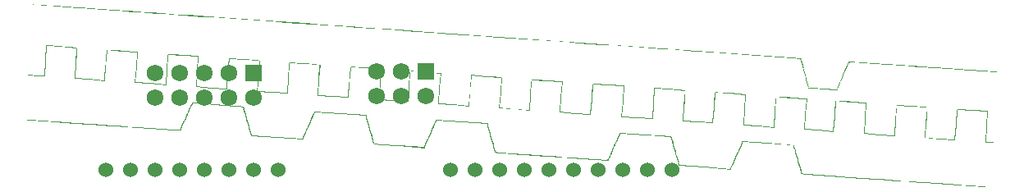
<source format=gbr>
%TF.GenerationSoftware,KiCad,Pcbnew,7.0.9*%
%TF.CreationDate,2024-01-07T05:54:30-05:00*%
%TF.ProjectId,Flipper-ICSP,466c6970-7065-4722-9d49-4353502e6b69,A*%
%TF.SameCoordinates,Original*%
%TF.FileFunction,Soldermask,Bot*%
%TF.FilePolarity,Negative*%
%FSLAX46Y46*%
G04 Gerber Fmt 4.6, Leading zero omitted, Abs format (unit mm)*
G04 Created by KiCad (PCBNEW 7.0.9) date 2024-01-07 05:54:30*
%MOMM*%
%LPD*%
G01*
G04 APERTURE LIST*
%ADD10R,1.725000X1.725000*%
%ADD11C,1.725000*%
%ADD12C,1.524000*%
G04 APERTURE END LIST*
%TO.C,G\u002A\u002A\u002A*%
G36*
X144428275Y-64530365D02*
G01*
X144548231Y-64535883D01*
X144702174Y-64544535D01*
X144894087Y-64556495D01*
X145127951Y-64571935D01*
X145407747Y-64591029D01*
X145737456Y-64613951D01*
X145861432Y-64622637D01*
X146172788Y-64644650D01*
X146435603Y-64663646D01*
X146653843Y-64680003D01*
X146831477Y-64694106D01*
X146972470Y-64706337D01*
X147080788Y-64717079D01*
X147160398Y-64726713D01*
X147215266Y-64735622D01*
X147249361Y-64744188D01*
X147266646Y-64752796D01*
X147271089Y-64761825D01*
X147270269Y-64765046D01*
X147260540Y-64772600D01*
X147236727Y-64777886D01*
X147194851Y-64780730D01*
X147130930Y-64780961D01*
X147040982Y-64778404D01*
X146921027Y-64772886D01*
X146767084Y-64764235D01*
X146575170Y-64752274D01*
X146341307Y-64736834D01*
X146061510Y-64717740D01*
X145731801Y-64694818D01*
X145607826Y-64686133D01*
X145296470Y-64664119D01*
X145033655Y-64645124D01*
X144815414Y-64628766D01*
X144637780Y-64614664D01*
X144496788Y-64602433D01*
X144388469Y-64591691D01*
X144308860Y-64582057D01*
X144253991Y-64573148D01*
X144219897Y-64564582D01*
X144202611Y-64555975D01*
X144198168Y-64546945D01*
X144198988Y-64543723D01*
X144208718Y-64536170D01*
X144232530Y-64530884D01*
X144274407Y-64528039D01*
X144338327Y-64527808D01*
X144428275Y-64530365D01*
G37*
G36*
X156176276Y-62337219D02*
G01*
X156885555Y-62386835D01*
X157612170Y-62437712D01*
X158288267Y-62485117D01*
X158915619Y-62529180D01*
X159496004Y-62570036D01*
X160031193Y-62607819D01*
X160522964Y-62642662D01*
X160973087Y-62674697D01*
X161383342Y-62704059D01*
X161755499Y-62730881D01*
X162091336Y-62755295D01*
X162392626Y-62777436D01*
X162661143Y-62797435D01*
X162898663Y-62815429D01*
X163106960Y-62831548D01*
X163287809Y-62845927D01*
X163442984Y-62858700D01*
X163574259Y-62869998D01*
X163683410Y-62879956D01*
X163772211Y-62888707D01*
X163842438Y-62896384D01*
X163895864Y-62903122D01*
X163934263Y-62909052D01*
X163959412Y-62914309D01*
X163973083Y-62919025D01*
X163977052Y-62923333D01*
X163974298Y-62926317D01*
X163962391Y-62929322D01*
X163939420Y-62931286D01*
X163903600Y-62932095D01*
X163853144Y-62931632D01*
X163786269Y-62929782D01*
X163701190Y-62926429D01*
X163596120Y-62921459D01*
X163469274Y-62914755D01*
X163318870Y-62906204D01*
X163143118Y-62895686D01*
X162940237Y-62883090D01*
X162708440Y-62868300D01*
X162445941Y-62851199D01*
X162150957Y-62831671D01*
X161821700Y-62809601D01*
X161456388Y-62784876D01*
X161053234Y-62757379D01*
X160610454Y-62726993D01*
X160126262Y-62693604D01*
X159598872Y-62657096D01*
X159026500Y-62617355D01*
X158407360Y-62574264D01*
X157739669Y-62527709D01*
X157021640Y-62477572D01*
X156251488Y-62423740D01*
X155647820Y-62381541D01*
X154918368Y-62330594D01*
X154239651Y-62283253D01*
X153609882Y-62239403D01*
X153027278Y-62198927D01*
X152490051Y-62161711D01*
X151996419Y-62127640D01*
X151544595Y-62096597D01*
X151132794Y-62068468D01*
X150759232Y-62043137D01*
X150422122Y-62020488D01*
X150119680Y-62000406D01*
X149850121Y-61982775D01*
X149611659Y-61967481D01*
X149402510Y-61954407D01*
X149220888Y-61943439D01*
X149065007Y-61934461D01*
X148933083Y-61927356D01*
X148823332Y-61922011D01*
X148733967Y-61918309D01*
X148663203Y-61916136D01*
X148609254Y-61915374D01*
X148570338Y-61915910D01*
X148544667Y-61917629D01*
X148530457Y-61920412D01*
X148525922Y-61924147D01*
X148519907Y-61942674D01*
X148482662Y-61961753D01*
X148463477Y-61965131D01*
X148439401Y-61999359D01*
X148433386Y-62017886D01*
X148396141Y-62036965D01*
X148378647Y-62040697D01*
X148358108Y-62075856D01*
X148347225Y-62155437D01*
X148341984Y-62206769D01*
X148326071Y-62259898D01*
X148298310Y-62273908D01*
X148280816Y-62277642D01*
X148260277Y-62312801D01*
X148249396Y-62392381D01*
X148244153Y-62443714D01*
X148228240Y-62496843D01*
X148200480Y-62510853D01*
X148182985Y-62514586D01*
X148162447Y-62549745D01*
X148151565Y-62629326D01*
X148146323Y-62680658D01*
X148130409Y-62733786D01*
X148102649Y-62747797D01*
X148073105Y-62762479D01*
X148056561Y-62825836D01*
X148044259Y-62882010D01*
X148010473Y-62903876D01*
X147992979Y-62907608D01*
X147972440Y-62942767D01*
X147961558Y-63022348D01*
X147956317Y-63073680D01*
X147940403Y-63126809D01*
X147912643Y-63140819D01*
X147895149Y-63144553D01*
X147874610Y-63179712D01*
X147863727Y-63259292D01*
X147858486Y-63310625D01*
X147842572Y-63363754D01*
X147814812Y-63377764D01*
X147797318Y-63381497D01*
X147776779Y-63416656D01*
X147765897Y-63496237D01*
X147760655Y-63547569D01*
X147744742Y-63600697D01*
X147716981Y-63614708D01*
X147699487Y-63618442D01*
X147678949Y-63653601D01*
X147668067Y-63733181D01*
X147662824Y-63784514D01*
X147646912Y-63837642D01*
X147619152Y-63851653D01*
X147601657Y-63855386D01*
X147581118Y-63890545D01*
X147570236Y-63970125D01*
X147564995Y-64021458D01*
X147549081Y-64074586D01*
X147521321Y-64088597D01*
X147503827Y-64092331D01*
X147483287Y-64127490D01*
X147472406Y-64207069D01*
X147467164Y-64258403D01*
X147451250Y-64311531D01*
X147423490Y-64325542D01*
X147405996Y-64329275D01*
X147385457Y-64364433D01*
X147374575Y-64444014D01*
X147369333Y-64495347D01*
X147353419Y-64548475D01*
X147325660Y-64562486D01*
X147306475Y-64565864D01*
X147282399Y-64600091D01*
X147276384Y-64618620D01*
X147239138Y-64637697D01*
X147220611Y-64631682D01*
X147201532Y-64594437D01*
X147207547Y-64575909D01*
X147244793Y-64556831D01*
X147262288Y-64553098D01*
X147282827Y-64517939D01*
X147293708Y-64438359D01*
X147298950Y-64387026D01*
X147314864Y-64333898D01*
X147342624Y-64319887D01*
X147360118Y-64316154D01*
X147380657Y-64280995D01*
X147391539Y-64201415D01*
X147396781Y-64150082D01*
X147412694Y-64096954D01*
X147440454Y-64082942D01*
X147457948Y-64079209D01*
X147478487Y-64044050D01*
X147489370Y-63964471D01*
X147494611Y-63913137D01*
X147510525Y-63860009D01*
X147538285Y-63845998D01*
X147555779Y-63842265D01*
X147576318Y-63807107D01*
X147587200Y-63727526D01*
X147592442Y-63676193D01*
X147608356Y-63623065D01*
X147636116Y-63609053D01*
X147653610Y-63605321D01*
X147674148Y-63570162D01*
X147685031Y-63490582D01*
X147690273Y-63439249D01*
X147706186Y-63386120D01*
X147733946Y-63372109D01*
X147751441Y-63368377D01*
X147771979Y-63333218D01*
X147782861Y-63253637D01*
X147788102Y-63202305D01*
X147804016Y-63149176D01*
X147831776Y-63135165D01*
X147849270Y-63131432D01*
X147869810Y-63096273D01*
X147880692Y-63016693D01*
X147885933Y-62965360D01*
X147901847Y-62912231D01*
X147929607Y-62898221D01*
X147947101Y-62894488D01*
X147967641Y-62859329D01*
X147978522Y-62779748D01*
X147983764Y-62728416D01*
X147999678Y-62675288D01*
X148027438Y-62661277D01*
X148044932Y-62657543D01*
X148065470Y-62622384D01*
X148076353Y-62542804D01*
X148081595Y-62491471D01*
X148097508Y-62438343D01*
X148125268Y-62424332D01*
X148142762Y-62420599D01*
X148163301Y-62385440D01*
X148174184Y-62305860D01*
X148179425Y-62254527D01*
X148195338Y-62201399D01*
X148223099Y-62187388D01*
X148252642Y-62172706D01*
X148269187Y-62109349D01*
X148281489Y-62053174D01*
X148315274Y-62031310D01*
X148332769Y-62027577D01*
X148353308Y-61992417D01*
X148364189Y-61912837D01*
X148372672Y-61791538D01*
X156176276Y-62337219D01*
G37*
G36*
X64243447Y-55943038D02*
G01*
X64281545Y-55944070D01*
X64330977Y-55945947D01*
X64392532Y-55948722D01*
X64467000Y-55952450D01*
X64555168Y-55957185D01*
X64657825Y-55962981D01*
X64775758Y-55969893D01*
X64909758Y-55977975D01*
X65060611Y-55987283D01*
X65229106Y-55997869D01*
X65416033Y-56009787D01*
X65622178Y-56023093D01*
X65848332Y-56037841D01*
X66095281Y-56054085D01*
X66363815Y-56071879D01*
X66654722Y-56091278D01*
X66968791Y-56112336D01*
X67306809Y-56135107D01*
X67669566Y-56159645D01*
X68057849Y-56186007D01*
X68472447Y-56214244D01*
X68914150Y-56244412D01*
X69383744Y-56276565D01*
X69882018Y-56310757D01*
X70409762Y-56347043D01*
X70967763Y-56385477D01*
X71556809Y-56426113D01*
X72177690Y-56469006D01*
X72831193Y-56514209D01*
X73518108Y-56561779D01*
X74239222Y-56611767D01*
X74995324Y-56664230D01*
X75787202Y-56719220D01*
X76615646Y-56776793D01*
X77481442Y-56837003D01*
X78385380Y-56899904D01*
X79328249Y-56965551D01*
X80310835Y-57033998D01*
X81333929Y-57105299D01*
X82398318Y-57179509D01*
X83504791Y-57256680D01*
X84654136Y-57336870D01*
X85847142Y-57420131D01*
X87084597Y-57506517D01*
X88367290Y-57596084D01*
X89696009Y-57688886D01*
X91071542Y-57784975D01*
X92494678Y-57884408D01*
X93966206Y-57987239D01*
X95486912Y-58093521D01*
X97057588Y-58203310D01*
X98679020Y-58316659D01*
X100351997Y-58433622D01*
X102077307Y-58554254D01*
X103855739Y-58678610D01*
X143520691Y-61452254D01*
X143512208Y-61573554D01*
X143510255Y-61625117D01*
X143518619Y-61679943D01*
X143544159Y-61697681D01*
X143571372Y-61716332D01*
X143578937Y-61781375D01*
X143583302Y-61838714D01*
X143613716Y-61865069D01*
X143630521Y-61871200D01*
X143645966Y-61908875D01*
X143645667Y-61989195D01*
X143643713Y-62040758D01*
X143652078Y-62095584D01*
X143677618Y-62113322D01*
X143694422Y-62119453D01*
X143709869Y-62157128D01*
X143709569Y-62237449D01*
X143707616Y-62289012D01*
X143715981Y-62343838D01*
X143741520Y-62361576D01*
X143758325Y-62367708D01*
X143773770Y-62405383D01*
X143773472Y-62485703D01*
X143771518Y-62537266D01*
X143779883Y-62592092D01*
X143805423Y-62609830D01*
X143822227Y-62615961D01*
X143837673Y-62653636D01*
X143837374Y-62733957D01*
X143835420Y-62785519D01*
X143843785Y-62840345D01*
X143869325Y-62858083D01*
X143886129Y-62864215D01*
X143901575Y-62901890D01*
X143901276Y-62982210D01*
X143899323Y-63033774D01*
X143907687Y-63088600D01*
X143933226Y-63106337D01*
X143950032Y-63112469D01*
X143965477Y-63150144D01*
X143965178Y-63230464D01*
X143963224Y-63282027D01*
X143971589Y-63336853D01*
X143997129Y-63354591D01*
X144013933Y-63360723D01*
X144029380Y-63398398D01*
X144029080Y-63478718D01*
X144027126Y-63530281D01*
X144035491Y-63585107D01*
X144061031Y-63602845D01*
X144077835Y-63608976D01*
X144093282Y-63646651D01*
X144092982Y-63726972D01*
X144091029Y-63778534D01*
X144099394Y-63833361D01*
X144124934Y-63851098D01*
X144141738Y-63857230D01*
X144157183Y-63894906D01*
X144156885Y-63975225D01*
X144154931Y-64026789D01*
X144163296Y-64081615D01*
X144188836Y-64099353D01*
X144205640Y-64105484D01*
X144221086Y-64143159D01*
X144220787Y-64223480D01*
X144218833Y-64275042D01*
X144227197Y-64329868D01*
X144252738Y-64347606D01*
X144271266Y-64353621D01*
X144290344Y-64390867D01*
X144284329Y-64409395D01*
X144247084Y-64428473D01*
X144228555Y-64422457D01*
X144209478Y-64385212D01*
X144206100Y-64366028D01*
X144171872Y-64341951D01*
X144155067Y-64335820D01*
X144139621Y-64298145D01*
X144139921Y-64217825D01*
X144141874Y-64166262D01*
X144133509Y-64111436D01*
X144107969Y-64093698D01*
X144091165Y-64087567D01*
X144075719Y-64049892D01*
X144076018Y-63969571D01*
X144077972Y-63918008D01*
X144069607Y-63863182D01*
X144044067Y-63845444D01*
X144027263Y-63839312D01*
X144011817Y-63801637D01*
X144012116Y-63721317D01*
X144014069Y-63669754D01*
X144005705Y-63614928D01*
X143980165Y-63597190D01*
X143963360Y-63591059D01*
X143947915Y-63553384D01*
X143948213Y-63473063D01*
X143950167Y-63421501D01*
X143941803Y-63366675D01*
X143916262Y-63348936D01*
X143899458Y-63342805D01*
X143884013Y-63305130D01*
X143884312Y-63224810D01*
X143886265Y-63173246D01*
X143877901Y-63118420D01*
X143852361Y-63100683D01*
X143835556Y-63094551D01*
X143820110Y-63056876D01*
X143820410Y-62976555D01*
X143822363Y-62924993D01*
X143813998Y-62870167D01*
X143788459Y-62852428D01*
X143771654Y-62846297D01*
X143756208Y-62808622D01*
X143756507Y-62728302D01*
X143758461Y-62676739D01*
X143750096Y-62621913D01*
X143724556Y-62604175D01*
X143697343Y-62585524D01*
X143689778Y-62520481D01*
X143685414Y-62463142D01*
X143654999Y-62436787D01*
X143638195Y-62430656D01*
X143622749Y-62392981D01*
X143623048Y-62312661D01*
X143625002Y-62261098D01*
X143616637Y-62206272D01*
X143591097Y-62188534D01*
X143574293Y-62182403D01*
X143558847Y-62144726D01*
X143559146Y-62064407D01*
X143561099Y-62012844D01*
X143552735Y-61958018D01*
X143527194Y-61940280D01*
X143510390Y-61934148D01*
X143494945Y-61896473D01*
X143495244Y-61816153D01*
X143497197Y-61764590D01*
X143488833Y-61709764D01*
X143463293Y-61692026D01*
X143444765Y-61686011D01*
X143425687Y-61648766D01*
X143422309Y-61629581D01*
X143388081Y-61605505D01*
X143369554Y-61599490D01*
X143350475Y-61562244D01*
X143349547Y-61561257D01*
X143341484Y-61558897D01*
X143324490Y-61555966D01*
X143297775Y-61552410D01*
X143260551Y-61548171D01*
X143212029Y-61543193D01*
X143151418Y-61537421D01*
X143077931Y-61530799D01*
X142990778Y-61523271D01*
X142889169Y-61514780D01*
X142772315Y-61505270D01*
X142639430Y-61494687D01*
X142489720Y-61482973D01*
X142322400Y-61470072D01*
X142136679Y-61455930D01*
X141931768Y-61440489D01*
X141706878Y-61423693D01*
X141461219Y-61405489D01*
X141194002Y-61385817D01*
X140904440Y-61364622D01*
X140591743Y-61341850D01*
X140255121Y-61317443D01*
X139893784Y-61291347D01*
X139506945Y-61263503D01*
X139093813Y-61233859D01*
X138653601Y-61202355D01*
X138185519Y-61168937D01*
X137688776Y-61133550D01*
X137162585Y-61096136D01*
X136606157Y-61056639D01*
X136018702Y-61015005D01*
X135399431Y-60971177D01*
X134747554Y-60925098D01*
X134062284Y-60876713D01*
X133342830Y-60825966D01*
X132588404Y-60772801D01*
X131798216Y-60717162D01*
X130971478Y-60658992D01*
X130107400Y-60598237D01*
X129205192Y-60534840D01*
X128264066Y-60468744D01*
X127283235Y-60399894D01*
X126261906Y-60328235D01*
X125199291Y-60253709D01*
X124094602Y-60176261D01*
X122947050Y-60095835D01*
X121755844Y-60012376D01*
X120520198Y-59925825D01*
X119239319Y-59836129D01*
X117912421Y-59743231D01*
X116538713Y-59647076D01*
X115117406Y-59547606D01*
X113647712Y-59444766D01*
X112128842Y-59338500D01*
X110560005Y-59228752D01*
X108940414Y-59115468D01*
X107269278Y-58998587D01*
X105545810Y-58878058D01*
X103769218Y-58753822D01*
X102870437Y-58690972D01*
X101120619Y-58568605D01*
X99423528Y-58449915D01*
X97778373Y-58334847D01*
X96184366Y-58223345D01*
X94640718Y-58115353D01*
X93146639Y-58010815D01*
X91701341Y-57909673D01*
X90304034Y-57811875D01*
X88953930Y-57717362D01*
X87650238Y-57626079D01*
X86392171Y-57537970D01*
X85178938Y-57452978D01*
X84009750Y-57371049D01*
X82883820Y-57292126D01*
X81800357Y-57216152D01*
X80758572Y-57143073D01*
X79757677Y-57072831D01*
X78796882Y-57005371D01*
X77875397Y-56940638D01*
X76992435Y-56878573D01*
X76147205Y-56819124D01*
X75338919Y-56762232D01*
X74566787Y-56707843D01*
X73830021Y-56655898D01*
X73127830Y-56606345D01*
X72459426Y-56559124D01*
X71824021Y-56514183D01*
X71220824Y-56471463D01*
X70649047Y-56430909D01*
X70107901Y-56392465D01*
X69596597Y-56356076D01*
X69114344Y-56321685D01*
X68660355Y-56289235D01*
X68233839Y-56258671D01*
X67834008Y-56229939D01*
X67460074Y-56202980D01*
X67111246Y-56177738D01*
X66786736Y-56154159D01*
X66485753Y-56132187D01*
X66207511Y-56111764D01*
X65951218Y-56092835D01*
X65716087Y-56075345D01*
X65501327Y-56059237D01*
X65306151Y-56044454D01*
X65129768Y-56030943D01*
X64971390Y-56018646D01*
X64830227Y-56007506D01*
X64705490Y-55997469D01*
X64596391Y-55988478D01*
X64502139Y-55980478D01*
X64421946Y-55973410D01*
X64355023Y-55967222D01*
X64300581Y-55961856D01*
X64257831Y-55957257D01*
X64225983Y-55953367D01*
X64204247Y-55950132D01*
X64191837Y-55947495D01*
X64187962Y-55945400D01*
X64189278Y-55944462D01*
X64198102Y-55943288D01*
X64215895Y-55942795D01*
X64243447Y-55943038D01*
G37*
G36*
X67177486Y-60258168D02*
G01*
X67354783Y-60270597D01*
X67663059Y-60292438D01*
X67923327Y-60311300D01*
X68139502Y-60327557D01*
X68315501Y-60341586D01*
X68455241Y-60353760D01*
X68562638Y-60364456D01*
X68641608Y-60374047D01*
X68696068Y-60382908D01*
X68729934Y-60391416D01*
X68747123Y-60399944D01*
X68751552Y-60408869D01*
X68754930Y-60428053D01*
X68789157Y-60452130D01*
X68792379Y-60452949D01*
X68799933Y-60462679D01*
X68805219Y-60486492D01*
X68808063Y-60528368D01*
X68808294Y-60592289D01*
X68805737Y-60682237D01*
X68800219Y-60802192D01*
X68791568Y-60956135D01*
X68779608Y-61148049D01*
X68764167Y-61381912D01*
X68745073Y-61661708D01*
X68722151Y-61991417D01*
X68614711Y-63527878D01*
X70110739Y-63632491D01*
X71606767Y-63737103D01*
X71714207Y-62200642D01*
X71722891Y-62076667D01*
X71744906Y-61765311D01*
X71763900Y-61502496D01*
X71780259Y-61284255D01*
X71794361Y-61106621D01*
X71806592Y-60965629D01*
X71817333Y-60857310D01*
X71826967Y-60777700D01*
X71835876Y-60722831D01*
X71844443Y-60688738D01*
X71853050Y-60671452D01*
X71862080Y-60667009D01*
X71881264Y-60663631D01*
X71905340Y-60629403D01*
X71906887Y-60624942D01*
X71918451Y-60617808D01*
X71944605Y-60612929D01*
X71989280Y-60610482D01*
X72056404Y-60610637D01*
X72149911Y-60613570D01*
X72273729Y-60619456D01*
X72431788Y-60628466D01*
X72628021Y-60640776D01*
X72866357Y-60656559D01*
X73150727Y-60675988D01*
X73485061Y-60699237D01*
X75061955Y-60809504D01*
X74951688Y-62386398D01*
X74841421Y-63963292D01*
X76377882Y-64070732D01*
X77914343Y-64178172D01*
X78021783Y-62641711D01*
X78030467Y-62517735D01*
X78052482Y-62206380D01*
X78071477Y-61943564D01*
X78087834Y-61725324D01*
X78101938Y-61547690D01*
X78114168Y-61406698D01*
X78124910Y-61298379D01*
X78134543Y-61218769D01*
X78143452Y-61163900D01*
X78152020Y-61129807D01*
X78160626Y-61112521D01*
X78169655Y-61108078D01*
X78188841Y-61104700D01*
X78212916Y-61070472D01*
X78214463Y-61066011D01*
X78226028Y-61058876D01*
X78252182Y-61053998D01*
X78296855Y-61051550D01*
X78363981Y-61051706D01*
X78457487Y-61054639D01*
X78581304Y-61060524D01*
X78739365Y-61069535D01*
X78935598Y-61081844D01*
X79173934Y-61097627D01*
X79458304Y-61117056D01*
X79792638Y-61140306D01*
X81369532Y-61250573D01*
X81259265Y-62827466D01*
X81148998Y-64404361D01*
X82685459Y-64511801D01*
X84221919Y-64619240D01*
X84332186Y-63042346D01*
X84442453Y-61465453D01*
X86019348Y-61575720D01*
X86196646Y-61588149D01*
X86504922Y-61609989D01*
X86765189Y-61628852D01*
X86981364Y-61645109D01*
X87157364Y-61659137D01*
X87297103Y-61671311D01*
X87404500Y-61682007D01*
X87483470Y-61691598D01*
X87537930Y-61700460D01*
X87571796Y-61708968D01*
X87588986Y-61717496D01*
X87593415Y-61726420D01*
X87596793Y-61745605D01*
X87631021Y-61769681D01*
X87634241Y-61770501D01*
X87641795Y-61780230D01*
X87647081Y-61804043D01*
X87649926Y-61845919D01*
X87650157Y-61909840D01*
X87647600Y-61999788D01*
X87642082Y-62119743D01*
X87633430Y-62273687D01*
X87621470Y-62465600D01*
X87606030Y-62699464D01*
X87586935Y-62979259D01*
X87564013Y-63308968D01*
X87456573Y-64845429D01*
X88952601Y-64950042D01*
X90448629Y-65054654D01*
X90556069Y-63518193D01*
X90564754Y-63394218D01*
X90586768Y-63082862D01*
X90605763Y-62820047D01*
X90622121Y-62601807D01*
X90636224Y-62424173D01*
X90648454Y-62283180D01*
X90659196Y-62174862D01*
X90668830Y-62095252D01*
X90677739Y-62040383D01*
X90686305Y-62006289D01*
X90694913Y-61989004D01*
X90703942Y-61984561D01*
X90723126Y-61981183D01*
X90747202Y-61946955D01*
X90748749Y-61942494D01*
X90760313Y-61935359D01*
X90786467Y-61930480D01*
X90831142Y-61928033D01*
X90898266Y-61928189D01*
X90991773Y-61931121D01*
X91115591Y-61937007D01*
X91273651Y-61946018D01*
X91469884Y-61958327D01*
X91708220Y-61974110D01*
X91992590Y-61993539D01*
X92326924Y-62016789D01*
X93903818Y-62127056D01*
X93793550Y-63703949D01*
X93683283Y-65280843D01*
X95219744Y-65388283D01*
X96756206Y-65495723D01*
X96863645Y-63959262D01*
X96872331Y-63835287D01*
X96894344Y-63523931D01*
X96913340Y-63261116D01*
X96929697Y-63042875D01*
X96943800Y-62865241D01*
X96956031Y-62724249D01*
X96966772Y-62615930D01*
X96976406Y-62536321D01*
X96985316Y-62481451D01*
X96993882Y-62447358D01*
X97002488Y-62430072D01*
X97011518Y-62425629D01*
X97030703Y-62422251D01*
X97054779Y-62388023D01*
X97056326Y-62383562D01*
X97067890Y-62376428D01*
X97094044Y-62371549D01*
X97138718Y-62369102D01*
X97205843Y-62369257D01*
X97299349Y-62372190D01*
X97423167Y-62378076D01*
X97581227Y-62387086D01*
X97777460Y-62399396D01*
X98015796Y-62415179D01*
X98300166Y-62434608D01*
X98634500Y-62457857D01*
X100211394Y-62568124D01*
X100101127Y-64145018D01*
X99990860Y-65721912D01*
X101446454Y-65823697D01*
X102902049Y-65925482D01*
X103009489Y-64389021D01*
X103018174Y-64265046D01*
X103040188Y-63953690D01*
X103059183Y-63690875D01*
X103075541Y-63472635D01*
X103089643Y-63295001D01*
X103101874Y-63154008D01*
X103112615Y-63045690D01*
X103122250Y-62966080D01*
X103131159Y-62911211D01*
X103139725Y-62877117D01*
X103148332Y-62859831D01*
X103157362Y-62855388D01*
X103176546Y-62852010D01*
X103200622Y-62817783D01*
X103202169Y-62813322D01*
X103213733Y-62806187D01*
X103239887Y-62801308D01*
X103284562Y-62798861D01*
X103351687Y-62799017D01*
X103445193Y-62801949D01*
X103569011Y-62807835D01*
X103727070Y-62816845D01*
X103923304Y-62829155D01*
X104161640Y-62844938D01*
X104446010Y-62864367D01*
X104780344Y-62887617D01*
X106357238Y-62997884D01*
X106246970Y-64574777D01*
X106136703Y-66151671D01*
X107673164Y-66259111D01*
X109209626Y-66366551D01*
X109319893Y-64789657D01*
X109430160Y-63212763D01*
X111007053Y-63323030D01*
X111184352Y-63335459D01*
X111492628Y-63357300D01*
X111752895Y-63376162D01*
X111969070Y-63392419D01*
X112145069Y-63406448D01*
X112284810Y-63418622D01*
X112392206Y-63429318D01*
X112471176Y-63438909D01*
X112525636Y-63447770D01*
X112559503Y-63456278D01*
X112576692Y-63464806D01*
X112581120Y-63473731D01*
X112584498Y-63492915D01*
X112618726Y-63516992D01*
X112621948Y-63517811D01*
X112629502Y-63527541D01*
X112634787Y-63551354D01*
X112637632Y-63593230D01*
X112637863Y-63657151D01*
X112635306Y-63747099D01*
X112629788Y-63867054D01*
X112621136Y-64020997D01*
X112609176Y-64212911D01*
X112593736Y-64446774D01*
X112574642Y-64726570D01*
X112551720Y-65056279D01*
X112444280Y-66592740D01*
X113940308Y-66697353D01*
X115436336Y-66801965D01*
X115543775Y-65265504D01*
X115552460Y-65141529D01*
X115574474Y-64830173D01*
X115593469Y-64567358D01*
X115609826Y-64349117D01*
X115623930Y-64171483D01*
X115636161Y-64030491D01*
X115646902Y-63922172D01*
X115656535Y-63842562D01*
X115665445Y-63787693D01*
X115674012Y-63753600D01*
X115682618Y-63736314D01*
X115691648Y-63731871D01*
X115710833Y-63728493D01*
X115734908Y-63694265D01*
X115736455Y-63689804D01*
X115748020Y-63682670D01*
X115774174Y-63677791D01*
X115818847Y-63675343D01*
X115885973Y-63675499D01*
X115979479Y-63678432D01*
X116103296Y-63684317D01*
X116261357Y-63693328D01*
X116457590Y-63705638D01*
X116695926Y-63721421D01*
X116980296Y-63740850D01*
X117314630Y-63764099D01*
X118891524Y-63874366D01*
X118781257Y-65451260D01*
X118670990Y-67028154D01*
X120207451Y-67135594D01*
X121743911Y-67243034D01*
X121851351Y-65706573D01*
X121860036Y-65582597D01*
X121882051Y-65271242D01*
X121901045Y-65008426D01*
X121917403Y-64790186D01*
X121931506Y-64612552D01*
X121943737Y-64471560D01*
X121954478Y-64363241D01*
X121964112Y-64283631D01*
X121973021Y-64228762D01*
X121981588Y-64194669D01*
X121990195Y-64177383D01*
X121999224Y-64172940D01*
X122018409Y-64169562D01*
X122042485Y-64135334D01*
X122044985Y-64129728D01*
X122058429Y-64122996D01*
X122086951Y-64118513D01*
X122134433Y-64116450D01*
X122204756Y-64116983D01*
X122301802Y-64120284D01*
X122429452Y-64126529D01*
X122591590Y-64135891D01*
X122792096Y-64148544D01*
X123034851Y-64164663D01*
X123323738Y-64184422D01*
X123662640Y-64207995D01*
X125279966Y-64321090D01*
X125169699Y-65897983D01*
X125059432Y-67474878D01*
X126595893Y-67582317D01*
X128132354Y-67689757D01*
X128242621Y-66112863D01*
X128352888Y-64535969D01*
X129929783Y-64646237D01*
X130107081Y-64658666D01*
X130415356Y-64680506D01*
X130675623Y-64699368D01*
X130891799Y-64715625D01*
X131067798Y-64729654D01*
X131207538Y-64741828D01*
X131314935Y-64752524D01*
X131393905Y-64762115D01*
X131448366Y-64770976D01*
X131482232Y-64779485D01*
X131499421Y-64788012D01*
X131503849Y-64796937D01*
X131507227Y-64816121D01*
X131541455Y-64840198D01*
X131544676Y-64841017D01*
X131552230Y-64850747D01*
X131557516Y-64874560D01*
X131560361Y-64916436D01*
X131560591Y-64980357D01*
X131558035Y-65070305D01*
X131552517Y-65190260D01*
X131543865Y-65344203D01*
X131531906Y-65536117D01*
X131516465Y-65769980D01*
X131497370Y-66049776D01*
X131474448Y-66379485D01*
X131367008Y-67915946D01*
X132863036Y-68020559D01*
X134359064Y-68125171D01*
X134466504Y-66588710D01*
X134475188Y-66464735D01*
X134497203Y-66153379D01*
X134516197Y-65890564D01*
X134532555Y-65672323D01*
X134546658Y-65494689D01*
X134558889Y-65353697D01*
X134569630Y-65245378D01*
X134579264Y-65165769D01*
X134588173Y-65110899D01*
X134596740Y-65076806D01*
X134605347Y-65059520D01*
X134614377Y-65055077D01*
X134633561Y-65051699D01*
X134657638Y-65017471D01*
X134659185Y-65013010D01*
X134670748Y-65005876D01*
X134696902Y-65000997D01*
X134741576Y-64998550D01*
X134808702Y-64998705D01*
X134902208Y-65001638D01*
X135026026Y-65007524D01*
X135184085Y-65016534D01*
X135380319Y-65028844D01*
X135618654Y-65044627D01*
X135903025Y-65064056D01*
X136237358Y-65087305D01*
X137814253Y-65197572D01*
X137703986Y-66774466D01*
X137593718Y-68351360D01*
X139130180Y-68458800D01*
X140666640Y-68566240D01*
X140774080Y-67029779D01*
X140782765Y-66905804D01*
X140804779Y-66594448D01*
X140823774Y-66331633D01*
X140840131Y-66113392D01*
X140854235Y-65935758D01*
X140866466Y-65794766D01*
X140877207Y-65686447D01*
X140886841Y-65606837D01*
X140895750Y-65551968D01*
X140904317Y-65517875D01*
X140912924Y-65500589D01*
X140921953Y-65496146D01*
X140941138Y-65492768D01*
X140965213Y-65458540D01*
X140966760Y-65454079D01*
X140978325Y-65446944D01*
X141004479Y-65442066D01*
X141049153Y-65439618D01*
X141116277Y-65439774D01*
X141209784Y-65442707D01*
X141333601Y-65448592D01*
X141491662Y-65457603D01*
X141687895Y-65469912D01*
X141926231Y-65485695D01*
X142210601Y-65505124D01*
X142544935Y-65528374D01*
X144121829Y-65638641D01*
X144011562Y-67215535D01*
X143901295Y-68792429D01*
X145356890Y-68894214D01*
X146812484Y-68995999D01*
X146919924Y-67459538D01*
X146928608Y-67335563D01*
X146950623Y-67024207D01*
X146969617Y-66761392D01*
X146985975Y-66543151D01*
X147000078Y-66365517D01*
X147012309Y-66224525D01*
X147023050Y-66116206D01*
X147032684Y-66036597D01*
X147041593Y-65981727D01*
X147050160Y-65947634D01*
X147058767Y-65930348D01*
X147067796Y-65925905D01*
X147086981Y-65922527D01*
X147111057Y-65888299D01*
X147112604Y-65883838D01*
X147124168Y-65876704D01*
X147150322Y-65871825D01*
X147194996Y-65869377D01*
X147262122Y-65869533D01*
X147355628Y-65872466D01*
X147479445Y-65878352D01*
X147637505Y-65887362D01*
X147833739Y-65899672D01*
X148072074Y-65915455D01*
X148356445Y-65934884D01*
X148690778Y-65958133D01*
X150267673Y-66068400D01*
X150157406Y-67645294D01*
X150047138Y-69222188D01*
X151583600Y-69329628D01*
X153120060Y-69437068D01*
X153230327Y-67860173D01*
X153340594Y-66283280D01*
X154917488Y-66393547D01*
X155094786Y-66405976D01*
X155403063Y-66427817D01*
X155663330Y-66446679D01*
X155879505Y-66462936D01*
X156055505Y-66476964D01*
X156195244Y-66489139D01*
X156302640Y-66499834D01*
X156381611Y-66509425D01*
X156436071Y-66518287D01*
X156469937Y-66526795D01*
X156487127Y-66535323D01*
X156491555Y-66544248D01*
X156494933Y-66563432D01*
X156529161Y-66587508D01*
X156532382Y-66588328D01*
X156539936Y-66598058D01*
X156545221Y-66621870D01*
X156548067Y-66663747D01*
X156548298Y-66727668D01*
X156545740Y-66817615D01*
X156540223Y-66937571D01*
X156531571Y-67091514D01*
X156519611Y-67283427D01*
X156504171Y-67517291D01*
X156485076Y-67797087D01*
X156462154Y-68126796D01*
X156354714Y-69663257D01*
X157850742Y-69767869D01*
X159346770Y-69872482D01*
X159454210Y-68336021D01*
X159462895Y-68212045D01*
X159484908Y-67900690D01*
X159503904Y-67637874D01*
X159520261Y-67419634D01*
X159534364Y-67242000D01*
X159546595Y-67101008D01*
X159557337Y-66992689D01*
X159566971Y-66913079D01*
X159575880Y-66858210D01*
X159584446Y-66824117D01*
X159593054Y-66806831D01*
X159602083Y-66802388D01*
X159621267Y-66799010D01*
X159645343Y-66764782D01*
X159646890Y-66760321D01*
X159658454Y-66753186D01*
X159684608Y-66748308D01*
X159729283Y-66745860D01*
X159796407Y-66746016D01*
X159889913Y-66748949D01*
X160013732Y-66754834D01*
X160171792Y-66763845D01*
X160368024Y-66776154D01*
X160606361Y-66791937D01*
X160890730Y-66811366D01*
X161225065Y-66834616D01*
X162801958Y-66944883D01*
X162691691Y-68521776D01*
X162581424Y-70098671D01*
X163026189Y-70129772D01*
X163174848Y-70140649D01*
X163300436Y-70151549D01*
X163385423Y-70161910D01*
X163436943Y-70172886D01*
X163462133Y-70185633D01*
X163468127Y-70201306D01*
X163467779Y-70203998D01*
X163457446Y-70217269D01*
X163427993Y-70225362D01*
X163372474Y-70228371D01*
X163283948Y-70226387D01*
X163155472Y-70219503D01*
X162980102Y-70207811D01*
X162494904Y-70173883D01*
X162605171Y-68596988D01*
X162715438Y-67020095D01*
X161178977Y-66912655D01*
X159642516Y-66805215D01*
X159532249Y-68382109D01*
X159421982Y-69959003D01*
X157845087Y-69848736D01*
X156268194Y-69738469D01*
X156378461Y-68161574D01*
X156488728Y-66584681D01*
X154952267Y-66477241D01*
X153415806Y-66369801D01*
X153305539Y-67946695D01*
X153195272Y-69523589D01*
X151577945Y-69410495D01*
X149960617Y-69297400D01*
X150070884Y-67720506D01*
X150181152Y-66143612D01*
X148644690Y-66036172D01*
X147108229Y-65928733D01*
X146997962Y-67505626D01*
X146887695Y-69082520D01*
X145351235Y-68975081D01*
X143814774Y-68867641D01*
X143925041Y-67290746D01*
X144035308Y-65713853D01*
X142498847Y-65606413D01*
X140962386Y-65498973D01*
X140852119Y-67075867D01*
X140741851Y-68652761D01*
X139124525Y-68539667D01*
X137507197Y-68426572D01*
X137617464Y-66849678D01*
X137727732Y-65272784D01*
X136191270Y-65165344D01*
X134654810Y-65057905D01*
X134544543Y-66634798D01*
X134434276Y-68211692D01*
X132857382Y-68101425D01*
X131280487Y-67991158D01*
X131390754Y-66414264D01*
X131501022Y-64837370D01*
X129964560Y-64729930D01*
X128428100Y-64622491D01*
X128317833Y-66199384D01*
X128207566Y-67776278D01*
X126590238Y-67663184D01*
X124972912Y-67550089D01*
X125083179Y-65973195D01*
X125193446Y-64396302D01*
X123616552Y-64286034D01*
X122039657Y-64175767D01*
X121929390Y-65752661D01*
X121819123Y-67329555D01*
X120201796Y-67216460D01*
X118584469Y-67103366D01*
X118694736Y-65526472D01*
X118805003Y-63949578D01*
X117268542Y-63842138D01*
X115732081Y-63734698D01*
X115621814Y-65311592D01*
X115511546Y-66888486D01*
X113934653Y-66778219D01*
X112357759Y-66667952D01*
X112468026Y-65091058D01*
X112578293Y-63514164D01*
X111041832Y-63406724D01*
X109505372Y-63299285D01*
X109395105Y-64876178D01*
X109284837Y-66453072D01*
X107667510Y-66339978D01*
X106050182Y-66226883D01*
X106160449Y-64649989D01*
X106270716Y-63073095D01*
X104734256Y-62965656D01*
X103197795Y-62858216D01*
X103087528Y-64435109D01*
X102977261Y-66012004D01*
X101440800Y-65904564D01*
X99904339Y-65797124D01*
X100014606Y-64220230D01*
X100124873Y-62643336D01*
X98588413Y-62535896D01*
X97051952Y-62428457D01*
X96941684Y-64005350D01*
X96831417Y-65582244D01*
X95214090Y-65469150D01*
X93596763Y-65356055D01*
X93707030Y-63779161D01*
X93817297Y-62202268D01*
X92280836Y-62094828D01*
X90744375Y-61987388D01*
X90634108Y-63564281D01*
X90523841Y-65141176D01*
X88946946Y-65030908D01*
X87370053Y-64920641D01*
X87480320Y-63343747D01*
X87590587Y-61766854D01*
X86054126Y-61659414D01*
X84517665Y-61551974D01*
X84407398Y-63128867D01*
X84297131Y-64705762D01*
X82679804Y-64592667D01*
X81062476Y-64479573D01*
X81172744Y-62902678D01*
X81283011Y-61325785D01*
X79746550Y-61218345D01*
X78210089Y-61110905D01*
X78099821Y-62687799D01*
X77989554Y-64264693D01*
X76372228Y-64151598D01*
X74754900Y-64038504D01*
X74865167Y-62461610D01*
X74975434Y-60884716D01*
X73438973Y-60777276D01*
X71902513Y-60669837D01*
X71792246Y-62246730D01*
X71681979Y-63823624D01*
X70105084Y-63713357D01*
X68528190Y-63603090D01*
X68638457Y-62026196D01*
X68748724Y-60449302D01*
X67212264Y-60341862D01*
X65675803Y-60234423D01*
X65565536Y-61811316D01*
X65455269Y-63388210D01*
X64565739Y-63326008D01*
X64425950Y-63316162D01*
X64207920Y-63300319D01*
X64035849Y-63286886D01*
X63904565Y-63275263D01*
X63808899Y-63264853D01*
X63743684Y-63255058D01*
X63703746Y-63245278D01*
X63683921Y-63234916D01*
X63679036Y-63223373D01*
X63679907Y-63219306D01*
X63690838Y-63209442D01*
X63718399Y-63202982D01*
X63767910Y-63200044D01*
X63844692Y-63200745D01*
X63954068Y-63205204D01*
X64101357Y-63213540D01*
X64291881Y-63225871D01*
X64530960Y-63242314D01*
X65380057Y-63301689D01*
X65490324Y-61724795D01*
X65600591Y-60147901D01*
X67177486Y-60258168D01*
G37*
G36*
X83294506Y-66260887D02*
G01*
X83325577Y-66263060D01*
X83764383Y-66293826D01*
X84152495Y-66321222D01*
X84492934Y-66345506D01*
X84788725Y-66366936D01*
X85042889Y-66385769D01*
X85258453Y-66402263D01*
X85438437Y-66416675D01*
X85585866Y-66429263D01*
X85703763Y-66440284D01*
X85795150Y-66449996D01*
X85863053Y-66458656D01*
X85910492Y-66466521D01*
X85940492Y-66473850D01*
X85956077Y-66480899D01*
X85960269Y-66487926D01*
X85963647Y-66507111D01*
X85997874Y-66531186D01*
X86014680Y-66537318D01*
X86030125Y-66574994D01*
X86029826Y-66655313D01*
X86027872Y-66706877D01*
X86036237Y-66761703D01*
X86061777Y-66779441D01*
X86088990Y-66798091D01*
X86096555Y-66863134D01*
X86100919Y-66920474D01*
X86131334Y-66946827D01*
X86148138Y-66952959D01*
X86163584Y-66990635D01*
X86163285Y-67070955D01*
X86161331Y-67122518D01*
X86169696Y-67177344D01*
X86195236Y-67195082D01*
X86212040Y-67201213D01*
X86227486Y-67238888D01*
X86227187Y-67319209D01*
X86225234Y-67370771D01*
X86233599Y-67425597D01*
X86259139Y-67443335D01*
X86275943Y-67449467D01*
X86291388Y-67487142D01*
X86291090Y-67567462D01*
X86289136Y-67619026D01*
X86297500Y-67673852D01*
X86323040Y-67691589D01*
X86350253Y-67710240D01*
X86357818Y-67775283D01*
X86362183Y-67832622D01*
X86392597Y-67858977D01*
X86409401Y-67865108D01*
X86424848Y-67902784D01*
X86424548Y-67983103D01*
X86422595Y-68034667D01*
X86430960Y-68089493D01*
X86456499Y-68107230D01*
X86473304Y-68113362D01*
X86488750Y-68151038D01*
X86488451Y-68231358D01*
X86486497Y-68282920D01*
X86494862Y-68337746D01*
X86520402Y-68355485D01*
X86537206Y-68361616D01*
X86552651Y-68399291D01*
X86552353Y-68479611D01*
X86550399Y-68531174D01*
X86558764Y-68586000D01*
X86584304Y-68603738D01*
X86611516Y-68622389D01*
X86619083Y-68687432D01*
X86623446Y-68744771D01*
X86653861Y-68771126D01*
X86670665Y-68777257D01*
X86686111Y-68814932D01*
X86685812Y-68895252D01*
X86683859Y-68946815D01*
X86692223Y-69001641D01*
X86717763Y-69019379D01*
X86734568Y-69025510D01*
X86750013Y-69063187D01*
X86749714Y-69143506D01*
X86747760Y-69195070D01*
X86756125Y-69249895D01*
X86781665Y-69267634D01*
X86808878Y-69286283D01*
X86816443Y-69351327D01*
X86810789Y-69432193D01*
X89438946Y-69615972D01*
X92067102Y-69799750D01*
X92075584Y-69678451D01*
X92080826Y-69627118D01*
X92096740Y-69573990D01*
X92124500Y-69559979D01*
X92141994Y-69556246D01*
X92162533Y-69521086D01*
X92173415Y-69441507D01*
X92178657Y-69390174D01*
X92194570Y-69337046D01*
X92222330Y-69323034D01*
X92251874Y-69308353D01*
X92268418Y-69244996D01*
X92280720Y-69188821D01*
X92314506Y-69166957D01*
X92332000Y-69163224D01*
X92352539Y-69128064D01*
X92363422Y-69048484D01*
X92368663Y-68997151D01*
X92384576Y-68944024D01*
X92412337Y-68930012D01*
X92429831Y-68926279D01*
X92450370Y-68891120D01*
X92461251Y-68811540D01*
X92466494Y-68760207D01*
X92482407Y-68707079D01*
X92510167Y-68693068D01*
X92527662Y-68689335D01*
X92548201Y-68654175D01*
X92559082Y-68574596D01*
X92564324Y-68523262D01*
X92580238Y-68470135D01*
X92607998Y-68456123D01*
X92637542Y-68441441D01*
X92654086Y-68378084D01*
X92666387Y-68321910D01*
X92700174Y-68300046D01*
X92717668Y-68296312D01*
X92738206Y-68261153D01*
X92749089Y-68181573D01*
X92754331Y-68130240D01*
X92770244Y-68077112D01*
X92798004Y-68063101D01*
X92815498Y-68059368D01*
X92836037Y-68024209D01*
X92846920Y-67944629D01*
X92852161Y-67893296D01*
X92868075Y-67840168D01*
X92895835Y-67826157D01*
X92913329Y-67822423D01*
X92933868Y-67787264D01*
X92944750Y-67707685D01*
X92949992Y-67656351D01*
X92965905Y-67603223D01*
X92993665Y-67589212D01*
X93023209Y-67574530D01*
X93039753Y-67511173D01*
X93052055Y-67454999D01*
X93085841Y-67433134D01*
X93103336Y-67429401D01*
X93123874Y-67394242D01*
X93134756Y-67314662D01*
X93139998Y-67263329D01*
X93155911Y-67210201D01*
X93183671Y-67196190D01*
X93201165Y-67192457D01*
X93221705Y-67157298D01*
X93232587Y-67077718D01*
X93241069Y-66956419D01*
X95950092Y-67145852D01*
X98659116Y-67335285D01*
X98650633Y-67456584D01*
X98648680Y-67508148D01*
X98657044Y-67562974D01*
X98682585Y-67580711D01*
X98709797Y-67599362D01*
X98717363Y-67664405D01*
X98721727Y-67721744D01*
X98752141Y-67748099D01*
X98768946Y-67754230D01*
X98784391Y-67791906D01*
X98784092Y-67872225D01*
X98782138Y-67923789D01*
X98790503Y-67978615D01*
X98816043Y-67996353D01*
X98832847Y-68002484D01*
X98848294Y-68040160D01*
X98847994Y-68120480D01*
X98846041Y-68172042D01*
X98854406Y-68226868D01*
X98879945Y-68244607D01*
X98896750Y-68250738D01*
X98912196Y-68288413D01*
X98911897Y-68368733D01*
X98909943Y-68420296D01*
X98918308Y-68475122D01*
X98943848Y-68492860D01*
X98971061Y-68511511D01*
X98978626Y-68576554D01*
X98982990Y-68633893D01*
X99013405Y-68660248D01*
X99030209Y-68666379D01*
X99045655Y-68704054D01*
X99045356Y-68784375D01*
X99043402Y-68835938D01*
X99051766Y-68890763D01*
X99077307Y-68908501D01*
X99094111Y-68914632D01*
X99109557Y-68952309D01*
X99109257Y-69032628D01*
X99107305Y-69084192D01*
X99115669Y-69139017D01*
X99141209Y-69156756D01*
X99168422Y-69175406D01*
X99175987Y-69240450D01*
X99180352Y-69297789D01*
X99210766Y-69324142D01*
X99227570Y-69330275D01*
X99243016Y-69367950D01*
X99242717Y-69448270D01*
X99240763Y-69499833D01*
X99249128Y-69554659D01*
X99274668Y-69572397D01*
X99291472Y-69578528D01*
X99306919Y-69616203D01*
X99306619Y-69696524D01*
X99304666Y-69748086D01*
X99313030Y-69802912D01*
X99338570Y-69820650D01*
X99355375Y-69826782D01*
X99370820Y-69864457D01*
X99370522Y-69944777D01*
X99368568Y-69996341D01*
X99376933Y-70051167D01*
X99402473Y-70068904D01*
X99429685Y-70087555D01*
X99437251Y-70152598D01*
X99441615Y-70209937D01*
X99472030Y-70236292D01*
X99490557Y-70242306D01*
X99509635Y-70279552D01*
X99511601Y-70284689D01*
X99523700Y-70291835D01*
X99549504Y-70299164D01*
X99592105Y-70306941D01*
X99654596Y-70315434D01*
X99740072Y-70324906D01*
X99851626Y-70335625D01*
X99992353Y-70347854D01*
X100165344Y-70361861D01*
X100373693Y-70377912D01*
X100620496Y-70396271D01*
X100908844Y-70417204D01*
X101241832Y-70440978D01*
X101622551Y-70467858D01*
X102054098Y-70498109D01*
X104601389Y-70676233D01*
X104609871Y-70554934D01*
X104615113Y-70503601D01*
X104631026Y-70450472D01*
X104658786Y-70436462D01*
X104676280Y-70432729D01*
X104696819Y-70397569D01*
X104707702Y-70317989D01*
X104712943Y-70266657D01*
X104728856Y-70213528D01*
X104756616Y-70199517D01*
X104786160Y-70184836D01*
X104802704Y-70121479D01*
X104815006Y-70065304D01*
X104848792Y-70043439D01*
X104866287Y-70039707D01*
X104886826Y-70004547D01*
X104897707Y-69924967D01*
X104902949Y-69873634D01*
X104918863Y-69820506D01*
X104946623Y-69806495D01*
X104964117Y-69802762D01*
X104984656Y-69767603D01*
X104995538Y-69688023D01*
X105000780Y-69636690D01*
X105016693Y-69583561D01*
X105044453Y-69569551D01*
X105061947Y-69565818D01*
X105082486Y-69530658D01*
X105093369Y-69451078D01*
X105098610Y-69399745D01*
X105114524Y-69346618D01*
X105142284Y-69332606D01*
X105171827Y-69317924D01*
X105188372Y-69254567D01*
X105200674Y-69198393D01*
X105234460Y-69176529D01*
X105251954Y-69172795D01*
X105272493Y-69137636D01*
X105283375Y-69058056D01*
X105288617Y-69006723D01*
X105304530Y-68953594D01*
X105332290Y-68939584D01*
X105349785Y-68935851D01*
X105370323Y-68900692D01*
X105381205Y-68821111D01*
X105386447Y-68769779D01*
X105402361Y-68716650D01*
X105430121Y-68702640D01*
X105447615Y-68698906D01*
X105468154Y-68663747D01*
X105479036Y-68584167D01*
X105484278Y-68532834D01*
X105500191Y-68479706D01*
X105527951Y-68465695D01*
X105557495Y-68451013D01*
X105574039Y-68387656D01*
X105586341Y-68331482D01*
X105620127Y-68309617D01*
X105637621Y-68305884D01*
X105658160Y-68270725D01*
X105669043Y-68191145D01*
X105674284Y-68139812D01*
X105690198Y-68086683D01*
X105717958Y-68072673D01*
X105735452Y-68068940D01*
X105755991Y-68033781D01*
X105766873Y-67954200D01*
X105775355Y-67832901D01*
X108484378Y-68022335D01*
X111193401Y-68211768D01*
X111184919Y-68333067D01*
X111182965Y-68384630D01*
X111191330Y-68439456D01*
X111216870Y-68457194D01*
X111244083Y-68475845D01*
X111251649Y-68540888D01*
X111256014Y-68598227D01*
X111286427Y-68624582D01*
X111303231Y-68630713D01*
X111318678Y-68668388D01*
X111318378Y-68748708D01*
X111316425Y-68800271D01*
X111324790Y-68855097D01*
X111350330Y-68872835D01*
X111367134Y-68878966D01*
X111382579Y-68916643D01*
X111382281Y-68996962D01*
X111380327Y-69048525D01*
X111388692Y-69103351D01*
X111414232Y-69121090D01*
X111431036Y-69127221D01*
X111446482Y-69164896D01*
X111446183Y-69245216D01*
X111444230Y-69296779D01*
X111452593Y-69351605D01*
X111478134Y-69369343D01*
X111505347Y-69387994D01*
X111512912Y-69453037D01*
X111517277Y-69510376D01*
X111547690Y-69536731D01*
X111564496Y-69542862D01*
X111579941Y-69580537D01*
X111579642Y-69660858D01*
X111577688Y-69712420D01*
X111586053Y-69767246D01*
X111611593Y-69784984D01*
X111628397Y-69791115D01*
X111643843Y-69828791D01*
X111643544Y-69909111D01*
X111641590Y-69960674D01*
X111649955Y-70015500D01*
X111675495Y-70033238D01*
X111702708Y-70051889D01*
X111710274Y-70116932D01*
X111714637Y-70174271D01*
X111745052Y-70200625D01*
X111761856Y-70206757D01*
X111777302Y-70244432D01*
X111777003Y-70324752D01*
X111775050Y-70376316D01*
X111783415Y-70431142D01*
X111808955Y-70448879D01*
X111825759Y-70455011D01*
X111841204Y-70492686D01*
X111840906Y-70573007D01*
X111838952Y-70624569D01*
X111847316Y-70679395D01*
X111872856Y-70697133D01*
X111889661Y-70703265D01*
X111905107Y-70740940D01*
X111904807Y-70821260D01*
X111902853Y-70872823D01*
X111911218Y-70927649D01*
X111936758Y-70945387D01*
X111963972Y-70964038D01*
X111971537Y-71029081D01*
X111975902Y-71086420D01*
X112006315Y-71112775D01*
X112024843Y-71118789D01*
X112043921Y-71156034D01*
X112044021Y-71157024D01*
X112049916Y-71162034D01*
X112066309Y-71167416D01*
X112095267Y-71173325D01*
X112138857Y-71179924D01*
X112199148Y-71187371D01*
X112278206Y-71195824D01*
X112378101Y-71205445D01*
X112500896Y-71216390D01*
X112648663Y-71228820D01*
X112823466Y-71242893D01*
X113027375Y-71258771D01*
X113262457Y-71276610D01*
X113530778Y-71296571D01*
X113834407Y-71318812D01*
X114175411Y-71343493D01*
X114555858Y-71370773D01*
X114977813Y-71400813D01*
X115443347Y-71433769D01*
X115954526Y-71469802D01*
X116513417Y-71509071D01*
X117122088Y-71551735D01*
X117782606Y-71597953D01*
X117921398Y-71607658D01*
X118571197Y-71653052D01*
X119169581Y-71694778D01*
X119718619Y-71732963D01*
X120220379Y-71767739D01*
X120676932Y-71799236D01*
X121090347Y-71827584D01*
X121462693Y-71852912D01*
X121796041Y-71875352D01*
X122092459Y-71895033D01*
X122354017Y-71912085D01*
X122582785Y-71926639D01*
X122780831Y-71938823D01*
X122950227Y-71948769D01*
X123093040Y-71956606D01*
X123211342Y-71962465D01*
X123307201Y-71966475D01*
X123382686Y-71968767D01*
X123439867Y-71969472D01*
X123480814Y-71968717D01*
X123507597Y-71966635D01*
X123522283Y-71963354D01*
X123526945Y-71959006D01*
X123532960Y-71940478D01*
X123570205Y-71921401D01*
X123587700Y-71917667D01*
X123608238Y-71882508D01*
X123619121Y-71802928D01*
X123624362Y-71751595D01*
X123640276Y-71698467D01*
X123668036Y-71684456D01*
X123685530Y-71680723D01*
X123706069Y-71645564D01*
X123716952Y-71565984D01*
X123722193Y-71514651D01*
X123738106Y-71461523D01*
X123765866Y-71447512D01*
X123783361Y-71443778D01*
X123803900Y-71408619D01*
X123814781Y-71329040D01*
X123820023Y-71277706D01*
X123835937Y-71224578D01*
X123863697Y-71210567D01*
X123893241Y-71195885D01*
X123909785Y-71132528D01*
X123922087Y-71076354D01*
X123955873Y-71054489D01*
X123973367Y-71050756D01*
X123993906Y-71015597D01*
X124004788Y-70936017D01*
X124010030Y-70884684D01*
X124025943Y-70831556D01*
X124053703Y-70817545D01*
X124071197Y-70813812D01*
X124091736Y-70778653D01*
X124102619Y-70699073D01*
X124107860Y-70647740D01*
X124123774Y-70594612D01*
X124151534Y-70580600D01*
X124169028Y-70576867D01*
X124189567Y-70541708D01*
X124200449Y-70462129D01*
X124205691Y-70410795D01*
X124221605Y-70357667D01*
X124249365Y-70343656D01*
X124278908Y-70328974D01*
X124295453Y-70265617D01*
X124307754Y-70209443D01*
X124341540Y-70187578D01*
X124359035Y-70183845D01*
X124379573Y-70148686D01*
X124390455Y-70069106D01*
X124395697Y-70017773D01*
X124411610Y-69964645D01*
X124439370Y-69950634D01*
X124456864Y-69946901D01*
X124477404Y-69911741D01*
X124488286Y-69832162D01*
X124493527Y-69780828D01*
X124509441Y-69727701D01*
X124537201Y-69713689D01*
X124566745Y-69699008D01*
X124583289Y-69635650D01*
X124595591Y-69579476D01*
X124629377Y-69557612D01*
X124646871Y-69553878D01*
X124667410Y-69518719D01*
X124678292Y-69439139D01*
X124683534Y-69387806D01*
X124699448Y-69334678D01*
X124727208Y-69320667D01*
X124756751Y-69305985D01*
X124773296Y-69242628D01*
X124778951Y-69161762D01*
X127447540Y-69348368D01*
X127478611Y-69350541D01*
X127917417Y-69381306D01*
X128305528Y-69408702D01*
X128645968Y-69432986D01*
X128941758Y-69454417D01*
X129195923Y-69473249D01*
X129411486Y-69489744D01*
X129591471Y-69504156D01*
X129738899Y-69516744D01*
X129856797Y-69527765D01*
X129948184Y-69537477D01*
X130016086Y-69546137D01*
X130063526Y-69554002D01*
X130093526Y-69561331D01*
X130109111Y-69568380D01*
X130113302Y-69575406D01*
X130116680Y-69594592D01*
X130150908Y-69618667D01*
X130167713Y-69624799D01*
X130183159Y-69662475D01*
X130182859Y-69742794D01*
X130180906Y-69794358D01*
X130189271Y-69849184D01*
X130214811Y-69866921D01*
X130242024Y-69885572D01*
X130249589Y-69950615D01*
X130253954Y-70007954D01*
X130284368Y-70034308D01*
X130301172Y-70040440D01*
X130316618Y-70078116D01*
X130316319Y-70158435D01*
X130314365Y-70209999D01*
X130322730Y-70264825D01*
X130348270Y-70282563D01*
X130365074Y-70288694D01*
X130380520Y-70326369D01*
X130380221Y-70406690D01*
X130378268Y-70458252D01*
X130386633Y-70513078D01*
X130412172Y-70530816D01*
X130428977Y-70536948D01*
X130444422Y-70574623D01*
X130444124Y-70654943D01*
X130442170Y-70706506D01*
X130450534Y-70761332D01*
X130476075Y-70779070D01*
X130503287Y-70797721D01*
X130510852Y-70862764D01*
X130515217Y-70920103D01*
X130545631Y-70946458D01*
X130562436Y-70952589D01*
X130577882Y-70990264D01*
X130577582Y-71070584D01*
X130575628Y-71122147D01*
X130583993Y-71176974D01*
X130609533Y-71194711D01*
X130626337Y-71200842D01*
X130641784Y-71238519D01*
X130641484Y-71318838D01*
X130639531Y-71370401D01*
X130647896Y-71425227D01*
X130673436Y-71442966D01*
X130690240Y-71449097D01*
X130705685Y-71486772D01*
X130705387Y-71567092D01*
X130703433Y-71618655D01*
X130711798Y-71673481D01*
X130737338Y-71691219D01*
X130764550Y-71709870D01*
X130772116Y-71774913D01*
X130776480Y-71832252D01*
X130806895Y-71858607D01*
X130823699Y-71864738D01*
X130839145Y-71902413D01*
X130838846Y-71982733D01*
X130836893Y-72034296D01*
X130845256Y-72089122D01*
X130870797Y-72106860D01*
X130887602Y-72112991D01*
X130903047Y-72150667D01*
X130902747Y-72230987D01*
X130900794Y-72282551D01*
X130909159Y-72337376D01*
X130934699Y-72355114D01*
X130961912Y-72373764D01*
X130969477Y-72438808D01*
X130963823Y-72519674D01*
X133591980Y-72703453D01*
X136220136Y-72887231D01*
X136228618Y-72765932D01*
X136233860Y-72714599D01*
X136249774Y-72661471D01*
X136277534Y-72647460D01*
X136295028Y-72643727D01*
X136315567Y-72608567D01*
X136326449Y-72528987D01*
X136331690Y-72477655D01*
X136347604Y-72424527D01*
X136375364Y-72410515D01*
X136404908Y-72395834D01*
X136421452Y-72332477D01*
X136433754Y-72276302D01*
X136467540Y-72254438D01*
X136485034Y-72250705D01*
X136505573Y-72215545D01*
X136516456Y-72135965D01*
X136521697Y-72084632D01*
X136537610Y-72031504D01*
X136565371Y-72017493D01*
X136582865Y-72013760D01*
X136603404Y-71978601D01*
X136614285Y-71899021D01*
X136619528Y-71847688D01*
X136635441Y-71794560D01*
X136663201Y-71780549D01*
X136680696Y-71776816D01*
X136701234Y-71741656D01*
X136712116Y-71662076D01*
X136717358Y-71610743D01*
X136733271Y-71557616D01*
X136761031Y-71543604D01*
X136790576Y-71528922D01*
X136807119Y-71465565D01*
X136819422Y-71409391D01*
X136853207Y-71387527D01*
X136870701Y-71383793D01*
X136891241Y-71348634D01*
X136902123Y-71269054D01*
X136907364Y-71217721D01*
X136923278Y-71164593D01*
X136951038Y-71150582D01*
X136968532Y-71146849D01*
X136989071Y-71111690D01*
X136999953Y-71032109D01*
X137005195Y-70980777D01*
X137021109Y-70927649D01*
X137048869Y-70913638D01*
X137066363Y-70909904D01*
X137086901Y-70874745D01*
X137097784Y-70795166D01*
X137103026Y-70743832D01*
X137118939Y-70690704D01*
X137146700Y-70676693D01*
X137176243Y-70662011D01*
X137192787Y-70598654D01*
X137205089Y-70542480D01*
X137238875Y-70520615D01*
X137256370Y-70516882D01*
X137276908Y-70481723D01*
X137287790Y-70402143D01*
X137293031Y-70350810D01*
X137308945Y-70297682D01*
X137336705Y-70283671D01*
X137354199Y-70279938D01*
X137374739Y-70244779D01*
X137385621Y-70165198D01*
X137394103Y-70043900D01*
X140103125Y-70233333D01*
X142812149Y-70422766D01*
X142803667Y-70544065D01*
X142801714Y-70595629D01*
X142810079Y-70650455D01*
X142835618Y-70668192D01*
X142862831Y-70686843D01*
X142870397Y-70751886D01*
X142874761Y-70809225D01*
X142905174Y-70835580D01*
X142921980Y-70841711D01*
X142937425Y-70879386D01*
X142937126Y-70959706D01*
X142935172Y-71011270D01*
X142943537Y-71066096D01*
X142969077Y-71083833D01*
X142985882Y-71089965D01*
X143001328Y-71127641D01*
X143001028Y-71207961D01*
X142999074Y-71259523D01*
X143007439Y-71314349D01*
X143032979Y-71332088D01*
X143049783Y-71338219D01*
X143065230Y-71375894D01*
X143064930Y-71456214D01*
X143062977Y-71507777D01*
X143071342Y-71562603D01*
X143096882Y-71580341D01*
X143124095Y-71598992D01*
X143131660Y-71664035D01*
X143136024Y-71721374D01*
X143166439Y-71747729D01*
X143183243Y-71753860D01*
X143198688Y-71791535D01*
X143198390Y-71871856D01*
X143196436Y-71923418D01*
X143204801Y-71978244D01*
X143230341Y-71995982D01*
X143247145Y-72002113D01*
X143262591Y-72039790D01*
X143262292Y-72120109D01*
X143260339Y-72171673D01*
X143268703Y-72226498D01*
X143294242Y-72244237D01*
X143321456Y-72262887D01*
X143329021Y-72327930D01*
X143333386Y-72385270D01*
X143363799Y-72411623D01*
X143380604Y-72417755D01*
X143396050Y-72455431D01*
X143395751Y-72535750D01*
X143393797Y-72587314D01*
X143402162Y-72642140D01*
X143427702Y-72659878D01*
X143444506Y-72666009D01*
X143459953Y-72703684D01*
X143459653Y-72784005D01*
X143457699Y-72835567D01*
X143466064Y-72890393D01*
X143491604Y-72908131D01*
X143508408Y-72914263D01*
X143523854Y-72951938D01*
X143523555Y-73032258D01*
X143521602Y-73083821D01*
X143529967Y-73138648D01*
X143555506Y-73156385D01*
X143582719Y-73175036D01*
X143590285Y-73240079D01*
X143594649Y-73297418D01*
X143625064Y-73323773D01*
X143643591Y-73329787D01*
X143662669Y-73367033D01*
X143666401Y-73370823D01*
X143679553Y-73375151D01*
X143703723Y-73380037D01*
X143740502Y-73385600D01*
X143791476Y-73391958D01*
X143858235Y-73399226D01*
X143942367Y-73407525D01*
X144045461Y-73416972D01*
X144169106Y-73427683D01*
X144314891Y-73439777D01*
X144484403Y-73453370D01*
X144679232Y-73468584D01*
X144900967Y-73485533D01*
X145151196Y-73504335D01*
X145431507Y-73525109D01*
X145743491Y-73547971D01*
X146088735Y-73573041D01*
X146468827Y-73600435D01*
X146885357Y-73630272D01*
X147339914Y-73662668D01*
X147834085Y-73697743D01*
X148369460Y-73735613D01*
X148947628Y-73776395D01*
X149570176Y-73820209D01*
X150238694Y-73867171D01*
X150954771Y-73917400D01*
X151719994Y-73971013D01*
X152535954Y-74028127D01*
X153404238Y-74088861D01*
X154250725Y-74148070D01*
X155068018Y-74205277D01*
X155834535Y-74258978D01*
X156551863Y-74309293D01*
X157221592Y-74356338D01*
X157845309Y-74400232D01*
X158424605Y-74441092D01*
X158961067Y-74479035D01*
X159456284Y-74514180D01*
X159911846Y-74546644D01*
X160329339Y-74576546D01*
X160710354Y-74604002D01*
X161056479Y-74629130D01*
X161369304Y-74652049D01*
X161650415Y-74672875D01*
X161901402Y-74691727D01*
X162123853Y-74708722D01*
X162319360Y-74723978D01*
X162489507Y-74737613D01*
X162635885Y-74749745D01*
X162760082Y-74760490D01*
X162863688Y-74769968D01*
X162948291Y-74778294D01*
X163015480Y-74785588D01*
X163066842Y-74791967D01*
X163103967Y-74797550D01*
X163128444Y-74802452D01*
X163141861Y-74806793D01*
X163145807Y-74810688D01*
X163145794Y-74810816D01*
X163141046Y-74814090D01*
X163126808Y-74816482D01*
X163101491Y-74817891D01*
X163063510Y-74818209D01*
X163011279Y-74817333D01*
X162943211Y-74815160D01*
X162857720Y-74811584D01*
X162753219Y-74806501D01*
X162628123Y-74799807D01*
X162480845Y-74791397D01*
X162309798Y-74781167D01*
X162113396Y-74769015D01*
X161890054Y-74754832D01*
X161638184Y-74738517D01*
X161356201Y-74719966D01*
X161042518Y-74699071D01*
X160695547Y-74675732D01*
X160313705Y-74649843D01*
X159895403Y-74621298D01*
X159439056Y-74589995D01*
X158943079Y-74555829D01*
X158405881Y-74518695D01*
X157825881Y-74478489D01*
X157201489Y-74435107D01*
X156531120Y-74388444D01*
X155813189Y-74338396D01*
X155046108Y-74284859D01*
X154228290Y-74227729D01*
X153358150Y-74166900D01*
X153327274Y-74164741D01*
X152458965Y-74104005D01*
X151642931Y-74046884D01*
X150877585Y-73993261D01*
X150161340Y-73943019D01*
X149492613Y-73896042D01*
X148869817Y-73852209D01*
X148291367Y-73811406D01*
X147755678Y-73773514D01*
X147261164Y-73738415D01*
X146806239Y-73705993D01*
X146389320Y-73676129D01*
X146008819Y-73648706D01*
X145663152Y-73623608D01*
X145350733Y-73600716D01*
X145069977Y-73579913D01*
X144819298Y-73561082D01*
X144597111Y-73544104D01*
X144401830Y-73528863D01*
X144231870Y-73515242D01*
X144085647Y-73503123D01*
X143961573Y-73492387D01*
X143858066Y-73482918D01*
X143773536Y-73474599D01*
X143706401Y-73467312D01*
X143655075Y-73460940D01*
X143617972Y-73455364D01*
X143593507Y-73450467D01*
X143580093Y-73446134D01*
X143576148Y-73442245D01*
X143572770Y-73423060D01*
X143538542Y-73398984D01*
X143511329Y-73380334D01*
X143503764Y-73315291D01*
X143499399Y-73257951D01*
X143468985Y-73231597D01*
X143452181Y-73225466D01*
X143436734Y-73187790D01*
X143437034Y-73107470D01*
X143438988Y-73055907D01*
X143430623Y-73001082D01*
X143405083Y-72983343D01*
X143388279Y-72977212D01*
X143372833Y-72939536D01*
X143373132Y-72859216D01*
X143375085Y-72807653D01*
X143366720Y-72752827D01*
X143341180Y-72735089D01*
X143313968Y-72716439D01*
X143306402Y-72651396D01*
X143302038Y-72594056D01*
X143271623Y-72567702D01*
X143254819Y-72561570D01*
X143239374Y-72523895D01*
X143239673Y-72443575D01*
X143241626Y-72392012D01*
X143233262Y-72337186D01*
X143207722Y-72319448D01*
X143190917Y-72313316D01*
X143175471Y-72275641D01*
X143175771Y-72195321D01*
X143177725Y-72143758D01*
X143169360Y-72088932D01*
X143143820Y-72071194D01*
X143127015Y-72065063D01*
X143111569Y-72027388D01*
X143111869Y-71947067D01*
X143113822Y-71895505D01*
X143105457Y-71840678D01*
X143079917Y-71822941D01*
X143052704Y-71804290D01*
X143045139Y-71739247D01*
X143040775Y-71681908D01*
X143010360Y-71655553D01*
X142993556Y-71649422D01*
X142978111Y-71611747D01*
X142978409Y-71531426D01*
X142980363Y-71479863D01*
X142971998Y-71425037D01*
X142946458Y-71407299D01*
X142929654Y-71401167D01*
X142914208Y-71363492D01*
X142914507Y-71283172D01*
X142916460Y-71231609D01*
X142908096Y-71176783D01*
X142882556Y-71159045D01*
X142865751Y-71152914D01*
X142850306Y-71115239D01*
X142850605Y-71034918D01*
X142852558Y-70983356D01*
X142844194Y-70928530D01*
X142818654Y-70910791D01*
X142791441Y-70892141D01*
X142783876Y-70827098D01*
X142779511Y-70769758D01*
X142749097Y-70743404D01*
X142732293Y-70737273D01*
X142716846Y-70699597D01*
X142717146Y-70619277D01*
X142725628Y-70497977D01*
X140097471Y-70314199D01*
X137469314Y-70130420D01*
X137460832Y-70251720D01*
X137455591Y-70303053D01*
X137439677Y-70356181D01*
X137411917Y-70370192D01*
X137394423Y-70373925D01*
X137373884Y-70409084D01*
X137363002Y-70488665D01*
X137357760Y-70539997D01*
X137341846Y-70593125D01*
X137314086Y-70607136D01*
X137296592Y-70610870D01*
X137276054Y-70646029D01*
X137265171Y-70725608D01*
X137259929Y-70776942D01*
X137244017Y-70830069D01*
X137216256Y-70844081D01*
X137186712Y-70858763D01*
X137170168Y-70922120D01*
X137157866Y-70978294D01*
X137124081Y-71000158D01*
X137106586Y-71003892D01*
X137086047Y-71039051D01*
X137075165Y-71118631D01*
X137069924Y-71169964D01*
X137054010Y-71223092D01*
X137026250Y-71237103D01*
X137008756Y-71240836D01*
X136988216Y-71275995D01*
X136977335Y-71355576D01*
X136972093Y-71406908D01*
X136956179Y-71460036D01*
X136928419Y-71474047D01*
X136898875Y-71488729D01*
X136882331Y-71552086D01*
X136870030Y-71608261D01*
X136836243Y-71630125D01*
X136818749Y-71633858D01*
X136798211Y-71669018D01*
X136787328Y-71748598D01*
X136782086Y-71799930D01*
X136766172Y-71853058D01*
X136738412Y-71867070D01*
X136720918Y-71870803D01*
X136700380Y-71905962D01*
X136689497Y-71985542D01*
X136684256Y-72036875D01*
X136668343Y-72090003D01*
X136640582Y-72104014D01*
X136623088Y-72107747D01*
X136602549Y-72142906D01*
X136591666Y-72222486D01*
X136586425Y-72273819D01*
X136570512Y-72326947D01*
X136542752Y-72340959D01*
X136513208Y-72355640D01*
X136496664Y-72418997D01*
X136484362Y-72475172D01*
X136450576Y-72497036D01*
X136433082Y-72500769D01*
X136412542Y-72535929D01*
X136401661Y-72615509D01*
X136396419Y-72666842D01*
X136380505Y-72719969D01*
X136352745Y-72733981D01*
X136335251Y-72737714D01*
X136314712Y-72772873D01*
X136303830Y-72852453D01*
X136295348Y-72973752D01*
X133586325Y-72784319D01*
X130877301Y-72594886D01*
X130882956Y-72514019D01*
X130878592Y-72456680D01*
X130848178Y-72430326D01*
X130831373Y-72424194D01*
X130815928Y-72386519D01*
X130816227Y-72306199D01*
X130818181Y-72254636D01*
X130809816Y-72199810D01*
X130784276Y-72182072D01*
X130767471Y-72175941D01*
X130752025Y-72138266D01*
X130752325Y-72057945D01*
X130754278Y-72006382D01*
X130745914Y-71951556D01*
X130720374Y-71933819D01*
X130693160Y-71915168D01*
X130685595Y-71850125D01*
X130681231Y-71792785D01*
X130650817Y-71766431D01*
X130634012Y-71760300D01*
X130618567Y-71722623D01*
X130618865Y-71642304D01*
X130620819Y-71590741D01*
X130612454Y-71535915D01*
X130586914Y-71518176D01*
X130570110Y-71512045D01*
X130554665Y-71474370D01*
X130554963Y-71394050D01*
X130556917Y-71342487D01*
X130548552Y-71287661D01*
X130523012Y-71269923D01*
X130495800Y-71251272D01*
X130488233Y-71186229D01*
X130483870Y-71128890D01*
X130453456Y-71102535D01*
X130436651Y-71096404D01*
X130421205Y-71058729D01*
X130421505Y-70978409D01*
X130423458Y-70926846D01*
X130415093Y-70872020D01*
X130389553Y-70854282D01*
X130372748Y-70848151D01*
X130357303Y-70810475D01*
X130357602Y-70730155D01*
X130359556Y-70678592D01*
X130351191Y-70623766D01*
X130325651Y-70606028D01*
X130308847Y-70599897D01*
X130293400Y-70562221D01*
X130293700Y-70481902D01*
X130295654Y-70430338D01*
X130287289Y-70375512D01*
X130261749Y-70357774D01*
X130234535Y-70339124D01*
X130226970Y-70274080D01*
X130222606Y-70216741D01*
X130192192Y-70190387D01*
X130175387Y-70184255D01*
X130159942Y-70146580D01*
X130160241Y-70066259D01*
X130162194Y-70014697D01*
X130153829Y-69959871D01*
X130128289Y-69942133D01*
X130111485Y-69936001D01*
X130096040Y-69898326D01*
X130096338Y-69818006D01*
X130098292Y-69766443D01*
X130089928Y-69711617D01*
X130064388Y-69693879D01*
X130045859Y-69687864D01*
X130026782Y-69650618D01*
X130024000Y-69644680D01*
X130010472Y-69637569D01*
X129982928Y-69630236D01*
X129938300Y-69622418D01*
X129873517Y-69613853D01*
X129785510Y-69604277D01*
X129671209Y-69593428D01*
X129527546Y-69581041D01*
X129351450Y-69566856D01*
X129139851Y-69550608D01*
X128889680Y-69532035D01*
X128597867Y-69510874D01*
X128261344Y-69486863D01*
X127877040Y-69459737D01*
X127441885Y-69429234D01*
X124854162Y-69248283D01*
X124848508Y-69329149D01*
X124836205Y-69385323D01*
X124802420Y-69407188D01*
X124784925Y-69410921D01*
X124764386Y-69446080D01*
X124753504Y-69525661D01*
X124748263Y-69576993D01*
X124732349Y-69630121D01*
X124704589Y-69644132D01*
X124675045Y-69658814D01*
X124658501Y-69722171D01*
X124646198Y-69778346D01*
X124612413Y-69800210D01*
X124594919Y-69803943D01*
X124574379Y-69839103D01*
X124563498Y-69918683D01*
X124558256Y-69970015D01*
X124542342Y-70023144D01*
X124514582Y-70037155D01*
X124497088Y-70040888D01*
X124476550Y-70076047D01*
X124465667Y-70155627D01*
X124460425Y-70206960D01*
X124444511Y-70260088D01*
X124416752Y-70274099D01*
X124399258Y-70277832D01*
X124378719Y-70312992D01*
X124367836Y-70392572D01*
X124362595Y-70443904D01*
X124346682Y-70497032D01*
X124318921Y-70511044D01*
X124289378Y-70525725D01*
X124272834Y-70589082D01*
X124260531Y-70645257D01*
X124226746Y-70667121D01*
X124209251Y-70670854D01*
X124188712Y-70706014D01*
X124177830Y-70785594D01*
X124172589Y-70836927D01*
X124156675Y-70890055D01*
X124128915Y-70904066D01*
X124111421Y-70907799D01*
X124090882Y-70942958D01*
X124080000Y-71022539D01*
X124074758Y-71073871D01*
X124058844Y-71126999D01*
X124031084Y-71141010D01*
X124013590Y-71144743D01*
X123993051Y-71179903D01*
X123982169Y-71259483D01*
X123976927Y-71310816D01*
X123961014Y-71363943D01*
X123933254Y-71377955D01*
X123903711Y-71392637D01*
X123887166Y-71455994D01*
X123874864Y-71512168D01*
X123841078Y-71534032D01*
X123823584Y-71537766D01*
X123803045Y-71572925D01*
X123792162Y-71652505D01*
X123786921Y-71703838D01*
X123771008Y-71756967D01*
X123743247Y-71770977D01*
X123725753Y-71774710D01*
X123705214Y-71809869D01*
X123694333Y-71889450D01*
X123689090Y-71940782D01*
X123673177Y-71993910D01*
X123645417Y-72007921D01*
X123626232Y-72011299D01*
X123602157Y-72045527D01*
X123601501Y-72047198D01*
X123593474Y-72051148D01*
X123574697Y-72053989D01*
X123543117Y-72055593D01*
X123496677Y-72055829D01*
X123433323Y-72054569D01*
X123350998Y-72051683D01*
X123247649Y-72047042D01*
X123121221Y-72040515D01*
X122969656Y-72031976D01*
X122790903Y-72021293D01*
X122582903Y-72008337D01*
X122343603Y-71992979D01*
X122070948Y-71975089D01*
X121762882Y-71954539D01*
X121417351Y-71931198D01*
X121032298Y-71904938D01*
X120605669Y-71875629D01*
X120135409Y-71843141D01*
X119619462Y-71807346D01*
X119055773Y-71768114D01*
X118442288Y-71725315D01*
X117776951Y-71678820D01*
X117530866Y-71661608D01*
X116884476Y-71616355D01*
X116289207Y-71574600D01*
X115743005Y-71536188D01*
X115243818Y-71500958D01*
X114789594Y-71468756D01*
X114378278Y-71439420D01*
X114007816Y-71412795D01*
X113676158Y-71388722D01*
X113381248Y-71367044D01*
X113121033Y-71347601D01*
X112893462Y-71330237D01*
X112696480Y-71314793D01*
X112528035Y-71301113D01*
X112386074Y-71289037D01*
X112268542Y-71278407D01*
X112173387Y-71269066D01*
X112098556Y-71260857D01*
X112041996Y-71253620D01*
X112001654Y-71247199D01*
X111975475Y-71241435D01*
X111961409Y-71236170D01*
X111957400Y-71231246D01*
X111954022Y-71212062D01*
X111919794Y-71187986D01*
X111892582Y-71169336D01*
X111885015Y-71104293D01*
X111880652Y-71046953D01*
X111850237Y-71020599D01*
X111833433Y-71014468D01*
X111817987Y-70976792D01*
X111818287Y-70896472D01*
X111820240Y-70844908D01*
X111811875Y-70790083D01*
X111786336Y-70772345D01*
X111769530Y-70766213D01*
X111754085Y-70728538D01*
X111754384Y-70648217D01*
X111756338Y-70596655D01*
X111747973Y-70541829D01*
X111722433Y-70524091D01*
X111695220Y-70505441D01*
X111687655Y-70440397D01*
X111683291Y-70383058D01*
X111652876Y-70356703D01*
X111636072Y-70350572D01*
X111620626Y-70312897D01*
X111620925Y-70232576D01*
X111622879Y-70181014D01*
X111614514Y-70126188D01*
X111588974Y-70108450D01*
X111572170Y-70102318D01*
X111556724Y-70064643D01*
X111557023Y-69984323D01*
X111558976Y-69932760D01*
X111550611Y-69877934D01*
X111525071Y-69860196D01*
X111508267Y-69854065D01*
X111492822Y-69816389D01*
X111493120Y-69736069D01*
X111495074Y-69684506D01*
X111486710Y-69629680D01*
X111461170Y-69611942D01*
X111433957Y-69593292D01*
X111426392Y-69528249D01*
X111422027Y-69470909D01*
X111391613Y-69444555D01*
X111374808Y-69438423D01*
X111359362Y-69400748D01*
X111359662Y-69320428D01*
X111361615Y-69268865D01*
X111353251Y-69214039D01*
X111327711Y-69196300D01*
X111310906Y-69190169D01*
X111295460Y-69152494D01*
X111295760Y-69072174D01*
X111297713Y-69020611D01*
X111289348Y-68965785D01*
X111263808Y-68948047D01*
X111247004Y-68941916D01*
X111231559Y-68904241D01*
X111231857Y-68823920D01*
X111233811Y-68772358D01*
X111225446Y-68717531D01*
X111199906Y-68699793D01*
X111172694Y-68681143D01*
X111165127Y-68616100D01*
X111160764Y-68558760D01*
X111130349Y-68532406D01*
X111113545Y-68526275D01*
X111098099Y-68488599D01*
X111098398Y-68408279D01*
X111106880Y-68286979D01*
X108478724Y-68103200D01*
X105850567Y-67919422D01*
X105842085Y-68040722D01*
X105836843Y-68092055D01*
X105820930Y-68145183D01*
X105793170Y-68159194D01*
X105775675Y-68162927D01*
X105755136Y-68198086D01*
X105744254Y-68277666D01*
X105739013Y-68328999D01*
X105723099Y-68382127D01*
X105695339Y-68396138D01*
X105677845Y-68399872D01*
X105657305Y-68435030D01*
X105646424Y-68514610D01*
X105641182Y-68565944D01*
X105625268Y-68619071D01*
X105597508Y-68633083D01*
X105567964Y-68647765D01*
X105551420Y-68711122D01*
X105539119Y-68767296D01*
X105505332Y-68789160D01*
X105487838Y-68792894D01*
X105467300Y-68828053D01*
X105456417Y-68907632D01*
X105451175Y-68958966D01*
X105435262Y-69012094D01*
X105407502Y-69026105D01*
X105390008Y-69029838D01*
X105369469Y-69064997D01*
X105358586Y-69144577D01*
X105353345Y-69195910D01*
X105337432Y-69249038D01*
X105309671Y-69263049D01*
X105280128Y-69277731D01*
X105263584Y-69341088D01*
X105251281Y-69397263D01*
X105217496Y-69419127D01*
X105200001Y-69422860D01*
X105179462Y-69458020D01*
X105168581Y-69537600D01*
X105163339Y-69588932D01*
X105147425Y-69642060D01*
X105119665Y-69656072D01*
X105102171Y-69659805D01*
X105081632Y-69694964D01*
X105070750Y-69774543D01*
X105065508Y-69825877D01*
X105049594Y-69879005D01*
X105021835Y-69893016D01*
X105004341Y-69896749D01*
X104983801Y-69931907D01*
X104972919Y-70011488D01*
X104967678Y-70062821D01*
X104951764Y-70115949D01*
X104924004Y-70129961D01*
X104894461Y-70144642D01*
X104877916Y-70207999D01*
X104865614Y-70264174D01*
X104831828Y-70286038D01*
X104814334Y-70289771D01*
X104793795Y-70324931D01*
X104782912Y-70404510D01*
X104777671Y-70455844D01*
X104761758Y-70508971D01*
X104733997Y-70522983D01*
X104716503Y-70526716D01*
X104695964Y-70561875D01*
X104685083Y-70641454D01*
X104676601Y-70762754D01*
X102048443Y-70578976D01*
X101630439Y-70549682D01*
X101240103Y-70522148D01*
X100897748Y-70497750D01*
X100600326Y-70476226D01*
X100344793Y-70457316D01*
X100128100Y-70440759D01*
X99947203Y-70426297D01*
X99799055Y-70413669D01*
X99680610Y-70402615D01*
X99588821Y-70392874D01*
X99520643Y-70384186D01*
X99473029Y-70376291D01*
X99442935Y-70368930D01*
X99427311Y-70361841D01*
X99423114Y-70354764D01*
X99419736Y-70335579D01*
X99385509Y-70311503D01*
X99358295Y-70292853D01*
X99350730Y-70227810D01*
X99346365Y-70170470D01*
X99315951Y-70144116D01*
X99299147Y-70137985D01*
X99283701Y-70100309D01*
X99284000Y-70019989D01*
X99285954Y-69968426D01*
X99277589Y-69913601D01*
X99252049Y-69895862D01*
X99235245Y-69889731D01*
X99219799Y-69852056D01*
X99220098Y-69771735D01*
X99222051Y-69720172D01*
X99213687Y-69665346D01*
X99188147Y-69647609D01*
X99160934Y-69628958D01*
X99153368Y-69563915D01*
X99149004Y-69506576D01*
X99118590Y-69480221D01*
X99101785Y-69474090D01*
X99086340Y-69436414D01*
X99086638Y-69356094D01*
X99088592Y-69304531D01*
X99080228Y-69249705D01*
X99054688Y-69231967D01*
X99037883Y-69225835D01*
X99022438Y-69188160D01*
X99022737Y-69107840D01*
X99024691Y-69056277D01*
X99016326Y-69001451D01*
X98990786Y-68983713D01*
X98973982Y-68977582D01*
X98958535Y-68939907D01*
X98958835Y-68859586D01*
X98960788Y-68808024D01*
X98952423Y-68753198D01*
X98926884Y-68735460D01*
X98899670Y-68716809D01*
X98892105Y-68651766D01*
X98887741Y-68594427D01*
X98857327Y-68568072D01*
X98840522Y-68561941D01*
X98825077Y-68524266D01*
X98825375Y-68443945D01*
X98827329Y-68392382D01*
X98818964Y-68337556D01*
X98793424Y-68319818D01*
X98776620Y-68313687D01*
X98761174Y-68276011D01*
X98761473Y-68195691D01*
X98763427Y-68144128D01*
X98755063Y-68089302D01*
X98729522Y-68071564D01*
X98712718Y-68065433D01*
X98697272Y-68027758D01*
X98697572Y-67947437D01*
X98699524Y-67895875D01*
X98691160Y-67841049D01*
X98665620Y-67823310D01*
X98638407Y-67804660D01*
X98630842Y-67739617D01*
X98626477Y-67682277D01*
X98596063Y-67655923D01*
X98579259Y-67649792D01*
X98563813Y-67612116D01*
X98564112Y-67531796D01*
X98572594Y-67410496D01*
X95944437Y-67226718D01*
X93316281Y-67042939D01*
X93307799Y-67164239D01*
X93302557Y-67215572D01*
X93286643Y-67268701D01*
X93258883Y-67282711D01*
X93241389Y-67286444D01*
X93220851Y-67321603D01*
X93209968Y-67401184D01*
X93204726Y-67452516D01*
X93188812Y-67505644D01*
X93161053Y-67519655D01*
X93143558Y-67523389D01*
X93123020Y-67558548D01*
X93112137Y-67638128D01*
X93106896Y-67689461D01*
X93090982Y-67742588D01*
X93063222Y-67756600D01*
X93033679Y-67771282D01*
X93017134Y-67834639D01*
X93004832Y-67890813D01*
X92971046Y-67912677D01*
X92953552Y-67916411D01*
X92933013Y-67951570D01*
X92922131Y-68031150D01*
X92916890Y-68082483D01*
X92900976Y-68135612D01*
X92873216Y-68149622D01*
X92855721Y-68153355D01*
X92835182Y-68188514D01*
X92824301Y-68268095D01*
X92819059Y-68319427D01*
X92803145Y-68372555D01*
X92775385Y-68386566D01*
X92745841Y-68401248D01*
X92729297Y-68464605D01*
X92716996Y-68520780D01*
X92683209Y-68542644D01*
X92665715Y-68546377D01*
X92645177Y-68581537D01*
X92634294Y-68661117D01*
X92629052Y-68712449D01*
X92613139Y-68765578D01*
X92585379Y-68779589D01*
X92567885Y-68783322D01*
X92547346Y-68818481D01*
X92536463Y-68898061D01*
X92531222Y-68949394D01*
X92515308Y-69002522D01*
X92487548Y-69016533D01*
X92470054Y-69020266D01*
X92449515Y-69055425D01*
X92438633Y-69135006D01*
X92433391Y-69186338D01*
X92417478Y-69239466D01*
X92389718Y-69253478D01*
X92360174Y-69268159D01*
X92343630Y-69331516D01*
X92331328Y-69387691D01*
X92297542Y-69409555D01*
X92280047Y-69413288D01*
X92259509Y-69448448D01*
X92248627Y-69528028D01*
X92243385Y-69579361D01*
X92227472Y-69632489D01*
X92199712Y-69646500D01*
X92182218Y-69650233D01*
X92161678Y-69685392D01*
X92150796Y-69764972D01*
X92142314Y-69886271D01*
X89433291Y-69696838D01*
X86724267Y-69507405D01*
X86729922Y-69426538D01*
X86725558Y-69369199D01*
X86695144Y-69342845D01*
X86678339Y-69336713D01*
X86662894Y-69299038D01*
X86663193Y-69218718D01*
X86665146Y-69167155D01*
X86656782Y-69112329D01*
X86631242Y-69094591D01*
X86614437Y-69088460D01*
X86598991Y-69050785D01*
X86599291Y-68970464D01*
X86601245Y-68918902D01*
X86592880Y-68864075D01*
X86567340Y-68846338D01*
X86540127Y-68827687D01*
X86532561Y-68762644D01*
X86528197Y-68705304D01*
X86497783Y-68678950D01*
X86480979Y-68672819D01*
X86465532Y-68635142D01*
X86465832Y-68554823D01*
X86467785Y-68503260D01*
X86459420Y-68448434D01*
X86433881Y-68430696D01*
X86417076Y-68424564D01*
X86401631Y-68386889D01*
X86401929Y-68306569D01*
X86403883Y-68255006D01*
X86395518Y-68200180D01*
X86369978Y-68182442D01*
X86342766Y-68163792D01*
X86335200Y-68098748D01*
X86330836Y-68041409D01*
X86300421Y-68015054D01*
X86283617Y-68008923D01*
X86268171Y-67971248D01*
X86268471Y-67890928D01*
X86270423Y-67839365D01*
X86262060Y-67784539D01*
X86236520Y-67766801D01*
X86219714Y-67760670D01*
X86204269Y-67722994D01*
X86204569Y-67642674D01*
X86206522Y-67591111D01*
X86198157Y-67536286D01*
X86172617Y-67518547D01*
X86155813Y-67512416D01*
X86140367Y-67474740D01*
X86140666Y-67394421D01*
X86142620Y-67342857D01*
X86134255Y-67288031D01*
X86108715Y-67270293D01*
X86081502Y-67251643D01*
X86073936Y-67186600D01*
X86069573Y-67129261D01*
X86039158Y-67102906D01*
X86022354Y-67096775D01*
X86006908Y-67059099D01*
X86007207Y-66978779D01*
X86009160Y-66927216D01*
X86000795Y-66872390D01*
X85975256Y-66854652D01*
X85958451Y-66848520D01*
X85943006Y-66810845D01*
X85943304Y-66730525D01*
X85945258Y-66678962D01*
X85936894Y-66624136D01*
X85911353Y-66606398D01*
X85892826Y-66600383D01*
X85873748Y-66563137D01*
X85870966Y-66557199D01*
X85857438Y-66550088D01*
X85829894Y-66542755D01*
X85785266Y-66534938D01*
X85720484Y-66526372D01*
X85632476Y-66516796D01*
X85518176Y-66505947D01*
X85374512Y-66493560D01*
X85198415Y-66479375D01*
X84986817Y-66463127D01*
X84736646Y-66444554D01*
X84444834Y-66423393D01*
X84108310Y-66399382D01*
X83724006Y-66372256D01*
X83288852Y-66341753D01*
X80701128Y-66160802D01*
X80695473Y-66241668D01*
X80683171Y-66297842D01*
X80649386Y-66319707D01*
X80631891Y-66323440D01*
X80611352Y-66358599D01*
X80600470Y-66438180D01*
X80595229Y-66489512D01*
X80579315Y-66542641D01*
X80551555Y-66556651D01*
X80522011Y-66571333D01*
X80505467Y-66634690D01*
X80493165Y-66690865D01*
X80459379Y-66712730D01*
X80441885Y-66716462D01*
X80421346Y-66751622D01*
X80410464Y-66831202D01*
X80405222Y-66882534D01*
X80389308Y-66935663D01*
X80361548Y-66949674D01*
X80344054Y-66953407D01*
X80323516Y-66988566D01*
X80312633Y-67068146D01*
X80307392Y-67119479D01*
X80291478Y-67172608D01*
X80263718Y-67186618D01*
X80246224Y-67190351D01*
X80225685Y-67225511D01*
X80214802Y-67305091D01*
X80209561Y-67356423D01*
X80193648Y-67409552D01*
X80165887Y-67423563D01*
X80136344Y-67438244D01*
X80119799Y-67501601D01*
X80107498Y-67557776D01*
X80073712Y-67579641D01*
X80056217Y-67583373D01*
X80035678Y-67618533D01*
X80024797Y-67698113D01*
X80019555Y-67749446D01*
X80003641Y-67802574D01*
X79975881Y-67816585D01*
X79958387Y-67820318D01*
X79937848Y-67855477D01*
X79926966Y-67935058D01*
X79921724Y-67986390D01*
X79905811Y-68039519D01*
X79878051Y-68053529D01*
X79860557Y-68057262D01*
X79840017Y-68092422D01*
X79829135Y-68172002D01*
X79823894Y-68223335D01*
X79807980Y-68276462D01*
X79780220Y-68290474D01*
X79750676Y-68305156D01*
X79734132Y-68368513D01*
X79721830Y-68424687D01*
X79688044Y-68446551D01*
X79670550Y-68450285D01*
X79650011Y-68485444D01*
X79639129Y-68565024D01*
X79633887Y-68616357D01*
X79617974Y-68669486D01*
X79590213Y-68683496D01*
X79572719Y-68687229D01*
X79552181Y-68722388D01*
X79541298Y-68801969D01*
X79536056Y-68853301D01*
X79520143Y-68906430D01*
X79492384Y-68920440D01*
X79473198Y-68923818D01*
X79449123Y-68958046D01*
X79448632Y-68959294D01*
X79441263Y-68962667D01*
X79423712Y-68965068D01*
X79394229Y-68966381D01*
X79351064Y-68966496D01*
X79292468Y-68965297D01*
X79216694Y-68962672D01*
X79121991Y-68958507D01*
X79006611Y-68952688D01*
X78868804Y-68945103D01*
X78706822Y-68935636D01*
X78518916Y-68924176D01*
X78303336Y-68910608D01*
X78058334Y-68894820D01*
X77782161Y-68876697D01*
X77473068Y-68856125D01*
X77129305Y-68832993D01*
X76749124Y-68807186D01*
X76330776Y-68778591D01*
X75872512Y-68747094D01*
X75372582Y-68712582D01*
X74829239Y-68674941D01*
X74240731Y-68634058D01*
X73605312Y-68589818D01*
X72921232Y-68542111D01*
X72186742Y-68490821D01*
X71400093Y-68435834D01*
X71146248Y-68418081D01*
X70376242Y-68364201D01*
X69657853Y-68313879D01*
X68989329Y-68266984D01*
X68368925Y-68223385D01*
X67794893Y-68182949D01*
X67265483Y-68145548D01*
X66778951Y-68111048D01*
X66333546Y-68079321D01*
X65927521Y-68050234D01*
X65559128Y-68023656D01*
X65226621Y-67999456D01*
X64928251Y-67977505D01*
X64662271Y-67957669D01*
X64426931Y-67939818D01*
X64220486Y-67923822D01*
X64041186Y-67909548D01*
X63887285Y-67896867D01*
X63757035Y-67885646D01*
X63648687Y-67875756D01*
X63560493Y-67867065D01*
X63490708Y-67859441D01*
X63437582Y-67852755D01*
X63399367Y-67846874D01*
X63374316Y-67841668D01*
X63360682Y-67837005D01*
X63356717Y-67832755D01*
X63357036Y-67831762D01*
X63363791Y-67828319D01*
X63380618Y-67825843D01*
X63409273Y-67824447D01*
X63451508Y-67824246D01*
X63509076Y-67825353D01*
X63583732Y-67827881D01*
X63677228Y-67831946D01*
X63791317Y-67837660D01*
X63927753Y-67845135D01*
X64088291Y-67854488D01*
X64274682Y-67865831D01*
X64488679Y-67879278D01*
X64732038Y-67894944D01*
X65006511Y-67912940D01*
X65313851Y-67933381D01*
X65655813Y-67956381D01*
X66034147Y-67982054D01*
X66450611Y-68010514D01*
X66906955Y-68041873D01*
X67404932Y-68076246D01*
X67946299Y-68113746D01*
X68532806Y-68154488D01*
X69166208Y-68198584D01*
X69848257Y-68246149D01*
X70580708Y-68297297D01*
X71365314Y-68352140D01*
X71565503Y-68366138D01*
X72336969Y-68420051D01*
X73056715Y-68470296D01*
X73726496Y-68516988D01*
X74348067Y-68560239D01*
X74923179Y-68600163D01*
X75453585Y-68636875D01*
X75941040Y-68670488D01*
X76387297Y-68701115D01*
X76794110Y-68728871D01*
X77163230Y-68753868D01*
X77496414Y-68776221D01*
X77795412Y-68796043D01*
X78061979Y-68813449D01*
X78297869Y-68828551D01*
X78504834Y-68841464D01*
X78684628Y-68852302D01*
X78839005Y-68861176D01*
X78969717Y-68868204D01*
X79078519Y-68873496D01*
X79167163Y-68877168D01*
X79237403Y-68879332D01*
X79290993Y-68880103D01*
X79329685Y-68879593D01*
X79355233Y-68877918D01*
X79369390Y-68875191D01*
X79373911Y-68871525D01*
X79379926Y-68852997D01*
X79417172Y-68833920D01*
X79434666Y-68830186D01*
X79455204Y-68795027D01*
X79466087Y-68715448D01*
X79471329Y-68664114D01*
X79487241Y-68610986D01*
X79515002Y-68596975D01*
X79532496Y-68593242D01*
X79553035Y-68558083D01*
X79563917Y-68478503D01*
X79569159Y-68427170D01*
X79585072Y-68374042D01*
X79612832Y-68360031D01*
X79630327Y-68356297D01*
X79650866Y-68321139D01*
X79661747Y-68241559D01*
X79666989Y-68190225D01*
X79682903Y-68137097D01*
X79710663Y-68123086D01*
X79740207Y-68108404D01*
X79756751Y-68045047D01*
X79769053Y-67988873D01*
X79802839Y-67967008D01*
X79820333Y-67963275D01*
X79840872Y-67928116D01*
X79851754Y-67848537D01*
X79856996Y-67797203D01*
X79872910Y-67744075D01*
X79900670Y-67730064D01*
X79918164Y-67726331D01*
X79938702Y-67691172D01*
X79949585Y-67611592D01*
X79954826Y-67560259D01*
X79970740Y-67507131D01*
X79998500Y-67493119D01*
X80015994Y-67489386D01*
X80036533Y-67454228D01*
X80047416Y-67374648D01*
X80052657Y-67323314D01*
X80068570Y-67270186D01*
X80096331Y-67256175D01*
X80125874Y-67241493D01*
X80142418Y-67178136D01*
X80154720Y-67121962D01*
X80188506Y-67100097D01*
X80206001Y-67096364D01*
X80226540Y-67061205D01*
X80237421Y-66981626D01*
X80242663Y-66930292D01*
X80258577Y-66877164D01*
X80286337Y-66863153D01*
X80303831Y-66859420D01*
X80324370Y-66824260D01*
X80335252Y-66744681D01*
X80340494Y-66693347D01*
X80356407Y-66640220D01*
X80384167Y-66626208D01*
X80413711Y-66611527D01*
X80430255Y-66548169D01*
X80442557Y-66491995D01*
X80476343Y-66470131D01*
X80493837Y-66466397D01*
X80514376Y-66431238D01*
X80525259Y-66351659D01*
X80530500Y-66300325D01*
X80546414Y-66247197D01*
X80574174Y-66233186D01*
X80603717Y-66218504D01*
X80620262Y-66155147D01*
X80625917Y-66074281D01*
X83294506Y-66260887D01*
G37*
%TD*%
D10*
%TO.C,J2*%
X86995000Y-63030000D03*
D11*
X86995000Y-65570000D03*
X84455000Y-63030000D03*
X84455000Y-65570000D03*
X81915000Y-63030000D03*
X81915000Y-65570000D03*
X79375000Y-63030000D03*
X79375000Y-65570000D03*
X76835000Y-63030000D03*
X76835000Y-65570000D03*
%TD*%
D10*
%TO.C,J3*%
X104775000Y-62865000D03*
D11*
X104775000Y-65405000D03*
X102235000Y-62865000D03*
X102235000Y-65405000D03*
X99695000Y-62865000D03*
X99695000Y-65405000D03*
%TD*%
D12*
%TO.C,J1*%
X71755000Y-73025000D03*
X74295000Y-73025000D03*
X76835000Y-73025000D03*
X79375000Y-73025000D03*
X81915000Y-73025000D03*
X84455000Y-73025000D03*
X86995000Y-73025000D03*
X89535000Y-73025000D03*
X107315000Y-73025000D03*
X109855000Y-73025000D03*
X112395000Y-73025000D03*
X114935000Y-73025000D03*
X117475000Y-73025000D03*
X120015000Y-73025000D03*
X122555000Y-73025000D03*
X125095000Y-73025000D03*
X127635000Y-73025000D03*
X130175000Y-73025000D03*
%TD*%
M02*

</source>
